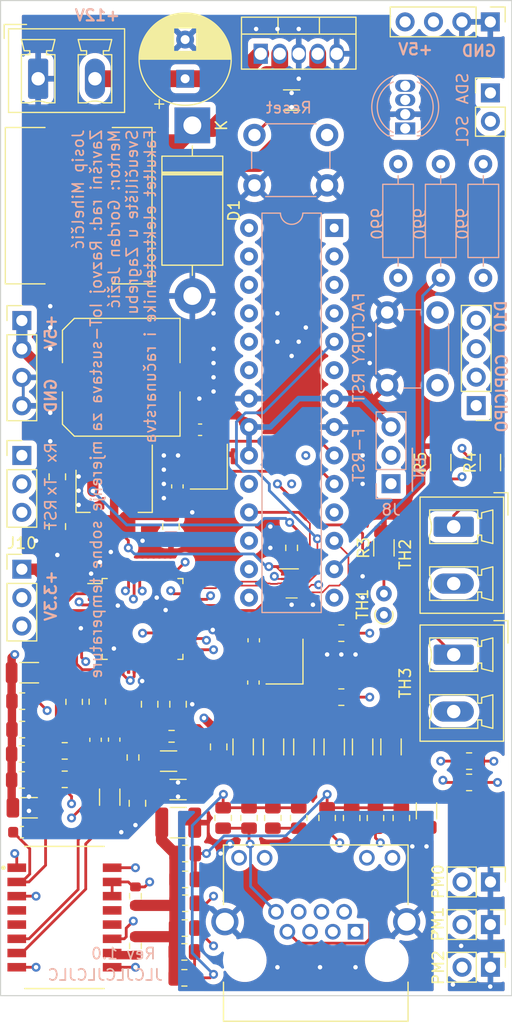
<source format=kicad_pcb>
(kicad_pcb (version 20221018) (generator pcbnew)
  (layers (0 "F.Cu" signal) (1 "In1.Cu" signal) (2 "In2.Cu" signal) (31 "B.Cu" signal) (34 "B.Paste" user) (35 "F.Paste" user) (36 "B.SilkS" user "B.Silkscreen") (37 "F.SilkS" user "F.Silkscreen") (38 "B.Mask" user) (39 "F.Mask" user) (44 "Edge.Cuts" user))
  (net 0 "")
  (net 1 "GND")
  (net 2 "+5V")
  (net 3 "Net-(U1-XTAL1{slash}PB6)")
  (net 4 "Net-(U1-XTAL2{slash}PB7)")
  (net 5 "Net-(J3-Pin_1)")
  (net 6 "Net-(U2-XI{slash}CLKIN)")
  (net 7 "Net-(U2-XO)")
  (net 8 "Net-(U1-PC0)")
  (net 9 "+3V3")
  (net 10 "Net-(U2-1V2O)")
  (net 11 "Net-(U2-TOCAP)")
  (net 12 "+3.3VA")
  (net 13 "GND1")
  (net 15 "Net-(C19-Pad1)")
  (net 16 "Net-(C20-Pad1)")
  (net 19 "Net-(C20-Pad2)")
  (net 21 "Net-(C21-Pad1)")
  (net 22 "Net-(C21-Pad2)")
  (net 23 "Net-(C22-Pad2)")
  (net 24 "/Ethernet-W5500/WIDE")
  (net 25 "+12V")
  (net 26 "Net-(D1-K)")
  (net 27 "Net-(D2-RA)")
  (net 28 "Net-(D2-GA)")
  (net 29 "Net-(D2-BA)")
  (net 30 "/SCL")
  (net 31 "/SDA")
  (net 32 "CIPO")
  (net 33 "COPI")
  (net 34 "SCLK")
  (net 35 "Net-(J7-Pin_4)")
  (net 36 "Net-(J8-Pin_2)")
  (net 37 "Net-(J9-Pin_1)")
  (net 38 "Net-(J11-Pad1)")
  (net 39 "Net-(J11-Pad2)")
  (net 40 "Net-(J11-Pad3)")
  (net 41 "Net-(J11-Pad4)")
  (net 42 "Net-(J11-Pad5)")
  (net 43 "Net-(J11-Pad6)")
  (net 44 "Net-(J11-Pad7)")
  (net 45 "Net-(J11-Pad8)")
  (net 46 "Net-(J11-Pad11)")
  (net 47 "Net-(J11-Pad9)")
  (net 48 "/Ethernet-W5500/PMODE0")
  (net 49 "/Ethernet-W5500/PMODE1")
  (net 50 "/Ethernet-W5500/PMODE2")
  (net 51 "ETH_RSTn")
  (net 52 "Net-(R30-Pad2)")
  (net 53 "Net-(U1-PD7)")
  (net 54 "Net-(U2-EXRES1)")
  (net 55 "/Ethernet-W5500/LINKLED")
  (net 56 "/Ethernet-W5500/ACTLED")
  (net 57 "Net-(U2-TXN)")
  (net 58 "Net-(R11-Pad2)")
  (net 59 "Net-(U2-TXP)")
  (net 60 "Net-(R12-Pad2)")
  (net 61 "Net-(U2-RXN)")
  (net 62 "Net-(U2-RXP)")
  (net 63 "Net-(R18-Pad2)")
  (net 64 "Net-(R19-Pad2)")
  (net 65 "Net-(R21-Pad1)")
  (net 66 "Net-(U1-PD4)")
  (net 67 "/Rx")
  (net 68 "/Tx")
  (net 69 "ETH_INTn")
  (net 70 "ETH-CSn")
  (net 85 "Net-(R22-Pad2)")
  (net 86 "Net-(R34-Pad1)")
  (net 87 "Net-(J8-Pin_1)")
  (net 88 "Net-(U2-~{SCS})")
  (net 89 "Net-(U2-SCLK)")
  (net 90 "Net-(U2-MISO)")
  (net 91 "Net-(U2-~{INT})")
  (footprint "Connector_PinHeader_2.54mm:PinHeader_1x04_P2.54mm_Vertical" (layer "F.Cu") (at 217.805 74.285 180)
    (fp_text reference "J7" hide)
    (fp_text value "CIPO COPI SCK CS" hide)
  )
  (footprint "Capacitor_SMD:C_0603_1608Metric" (layer "F.Cu") (at 197.876396 99.027381 90)
    (fp_text reference "C5" hide)
    (fp_text value "15pF/50V" hide)
  )
  (footprint "Resistor_SMD:R_0805_2012Metric" (layer "F.Cu") (at 183.91825 100.737631 -90)
    (fp_text reference "R17" hide)
    (fp_text value "33R 1%" hide)
  )
  (footprint "Resistor_SMD:R_0805_2012Metric" (layer "F.Cu") (at 191.77 116.615)
    (fp_text reference "R26" hide)
    (fp_text value "100R 1%" hide)
  )
  (footprint "Resistor_SMD:R_1206_3216Metric" (layer "F.Cu") (at 190.287849 106.045 180)
    (fp_text reference "R32" hide)
    (fp_text value "10R 1%" hide)
  )
  (footprint "Connector_Phoenix_MC_HighVoltage:PhoenixContact_MCV_1,5_2-G-5.08_1x02_P5.08mm_Vertical" (layer "F.Cu") (at 215.7925 96.5375 -90)
    (fp_text reference "J9" hide)
    (fp_text value "External Thermistor 2" hide)
  )
  (footprint "Resistor_SMD:R_0805_2012Metric" (layer "F.Cu") (at 191.701651 123.091583 180)
    (fp_text reference "R34" hide)
    (fp_text value "100R 1%" hide)
  )
  (footprint "Resistor_SMD:R_0603_1608Metric" (layer "F.Cu") (at 201.295 86.995 -90)
    (fp_text reference "R42" hide)
    (fp_text value "100k 1%" hide)
  )
  (footprint "Capacitor_SMD:C_0603_1608Metric" (layer "F.Cu") (at 191.076537 81.503346 90)
    (fp_text reference "C4" hide)
    (fp_text value "10pF/50V" hide)
  )
  (footprint "Resistor_SMD:R_0805_2012Metric" (layer "F.Cu") (at 199.615 111.125 -90)
    (fp_text reference "R36" hide)
    (fp_text value "100R 1%" hide)
  )
  (footprint "Package_QFP:LQFP-48_7x7mm_P0.5mm" (layer "F.Cu") (at 187.96 93.345)
    (fp_text reference "U2" hide)
    (fp_text value "W5500" hide)
  )
  (footprint "Resistor_SMD:R_0805_2012Metric" (layer "F.Cu") (at 177.165 105.41 180)
    (fp_text reference "R41" hide)
    (fp_text value "100R 1%" hide)
  )
  (footprint "RJHSE-5384:AMPHENOL_RJHSE-5384" (layer "F.Cu") (at 203.454 123.825)
    (fp_text reference "J11" hide)
    (fp_text value "RJHSE-5384" hide)
  )
  (footprint "Resistor_SMD:R_0603_1608Metric" (layer "F.Cu") (at 187.325 122.555 90)
    (fp_text reference "R21" hide)
    (fp_text value "75R 1%" hide)
  )
  (footprint "Resistor_SMD:R_0603_1608Metric" (layer "F.Cu") (at 190.556817 103.828054)
    (fp_text reference "R19" hide)
    (fp_text value "75R 1%" hide)
  )
  (footprint "Capacitor_SMD:C_0805_2012Metric" (layer "F.Cu") (at 188.595 100.965 -90)
    (fp_text reference "C10" hide)
    (fp_text value "4.7uF/25V" hide)
  )
  (footprint "Capacitor_SMD:C_1206_3216Metric" (layer "F.Cu") (at 196.96 104.775 -90)
    (fp_text reference "C16" hide)
    (fp_text value "100nF/50V" hide)
  )
  (footprint "Capacitor_SMD:C_0603_1608Metric" (layer "F.Cu") (at 193.108013 76.442156)
    (fp_text reference "C3" hide)
    (fp_text value "10pF/50V" hide)
  )
  (footprint "Resistor_THT:R_Axial_DIN0204_L3.6mm_D1.6mm_P1.90mm_Vertical" (layer "F.Cu") (at 209.55 92.98 90)
    (fp_text reference "TH1")
    (fp_text value "ThermistorNTC" hide)
  )
  (footprint "Resistor_SMD:R_0805_2012Metric" (layer "F.Cu") (at 177.165 107.725 180)
    (fp_text reference "R40" hide)
    (fp_text value "100R 1%" hide)
  )
  (footprint "Capacitor_SMD:C_0805_2012Metric" (layer "F.Cu") (at 180.34 80.645 90)
    (fp_text reference "C1" hide)
    (fp_text value "22uF/25V" hide)
  )
  (footprint "Resistor_SMD:R_1206_3216Metric" (layer "F.Cu") (at 209.55 86.995 90)
    (fp_text reference "R3")
    (fp_text value "10K" hide)
  )
  (footprint "Resistor_SMD:R_1206_3216Metric" (layer "F.Cu") (at 177.824421 110.212063)
    (fp_text reference "R15" hide)
    (fp_text value "10R 1%" hide)
  )
  (footprint "Capacitor_SMD:C_0805_2012Metric" (layer "F.Cu") (at 180.34 85.09 90)
    (fp_text reference "C7" hide)
    (fp_text value "10uF/25V" hide)
  )
  (footprint "Connector_Phoenix_MC_HighVoltage:PhoenixContact_MCV_1,5_2-G-5.08_1x02_P5.08mm_Vertical" (layer "F.Cu") (at 178.623735 45.085)
    (fp_text reference "J1" hide)
    (fp_text value "DC IN" hide)
  )
  (footprint "Capacitor_SMD:C_1206_3216Metric" (layer "F.Cu") (at 199.675 104.775 -90)
    (fp_text reference "C15" hide)
    (fp_text value "100nF/50V" hide)
  )
  (footprint "Resistor_SMD:R_0805_2012Metric" (layer "F.Cu") (at 206.664002 111.12891 90)
    (fp_text reference "R24" hide)
    (fp_text value "100R 1%" hide)
  )
  (footprint "Inductor_SMD:L_Sunlord_MWSA1206S-101" (layer "F.Cu") (at 182.245 56.425 -90)
    (fp_text reference "L2" hide)
    (fp_text value "MWSA1206S-101MT" hide)
  )
  (footprint "Resistor_SMD:R_1206_3216Metric" (layer "F.Cu") (at 191.135 108.585 180)
    (fp_text reference "R8" hide)
    (fp_text value "12.4k 1%" hide)
  )
  (footprint "Resistor_SMD:R_0805_2012Metric" (layer "F.Cu") (at 191.77 118.745)
    (fp_text reference "R28" hide)
    (fp_text value "150R 1%" hide)
  )
  (footprint "Resistor_SMD:R_0805_2012Metric" (layer "F.Cu") (at 197.485 111.125 -90)
    (fp_text reference "R39" hide)
    (fp_text value "100R 1%" hide)
  )
  (footprint "Capacitor_SMD:C_0805_2012Metric" (layer "F.Cu") (at 190.5 85.09 90)
    (fp_text reference "C8" hide)
    (fp_text value "10uF/25V" hide)
  )
  (footprint "Resistor_SMD:R_0603_1608Metric" (layer "F.Cu") (at 187.107729 105.720336 -90)
    (fp_text reference "R18" hide)
    (fp_text value "75R 1%" hide)
  )
  (footprint "Resistor_SMD:R_0805_2012Metric" (layer "F.Cu") (at 191.731915 120.959907 180)
    (fp_text reference "R29" hide)
    (fp_text value "150R 1%" hide)
  )
  (footprint "Resistor_SMD:R_1206_3216Metric" (layer "F.Cu") (at 219.075 79.375 90)
    (fp_text reference "R4")
    (fp_text value "10K" hide)
  )
  (footprint "H1102NLT:XFMR_H1102NLT" (layer "F.Cu") (at 180.975 120.015)
    (fp_text reference "T1" hide)
    (fp_text value "H1102NLT" hide)
  )
  (footprint "Connector_PinHeader_2.54mm:PinHeader_1x02_P2.54mm_Vertical" (layer "F.Cu") (at 219.08 116.84 -90)
    (fp_text reference "J12" hide)
    (fp_text value "PMODE0" hide)
  )
  (footprint "Capacitor_SMD:C_0603_1608Metric" (layer "F.Cu") (at 197.905 95.25 90)
    (fp_text reference "C6" hide)
    (fp_text value "15pF/50V" hide)
  )
  (footprint "Capacitor_SMD:C_0603_1608Metric" (layer "F.Cu") (at 177.165 112.395)
    (fp_text reference "C19" hide)
    (fp_text value "22nF/50V" hide)
  )
  (footprint "Capacitor_SMD:C_0805_2012Metric" (layer "F.Cu") (at 187.502502 109.813184 90)
    (fp_text reference "C22" hide)
    (fp_text value "10nF/50V" hide)
  )
  (footprint "Connector_PinHeader_2.54mm:PinHeader_1x02_P2.54mm_Vertical" (layer "F.Cu") (at 219.08 124.46 -90)
    (fp_text reference "J14" hide)
    (fp_text value "PMODE2" hide)
  )
  (footprint "Resistor_SMD:R_0805_2012Metric" (layer "F.Cu") (at 180.999421 105.132063 180)
    (fp_text reference "R11" hide)
    (fp_text value "33R 1%" hide)
  )
  (footprint "Resistor_SMD:R_0805_2012Metric" (layer "F.Cu") (at 217.17 107.95)
    (fp_text reference "R9" hide)
    (fp_text value "330R 1%" hide)
  )
  (footprint "Inductor_SMD:L_1206_3216Metric" (layer "F.Cu") (at 177.824421 98.147063 180)
    (fp_text reference "L1" hide)
    (fp_text value "YI321611U121-3R0T" hide)
  )
  (footprint "Resistor_SMD:R_0805_2012Metric" (layer "F.Cu") (at 208.794002 111.12891 90)
    (fp_text reference "R22" hide)
    (fp_text value "100R 1%" hide)
  )
  (footprint "Connector_PinHeader_2.54mm:PinHeader_1x02_P2.54mm_Vertical" (layer "F.Cu") (at 219.075 46.35)
    (fp_text reference "J4" hide)
    (fp_text value "I2C Out" hide)
  )
  (footprint "Resistor_SMD:R_0805_2012Metric" (layer "F.Cu") (at 180.999421 107.672063 180)
    (fp_text reference "R12" hide)
    (fp_text value "33R 1%" hide)
  )
  (footprint "Resistor_SMD:R_0805_2012Metric" (layer "F.Cu") (at 205.74 100.33 180)
    (fp_text reference "R6" hide)
    (fp_text value "470K 1%" hide)
  )
  (footprint "Capacitor_SMD:C_0603_1608Metric" (layer "F.Cu") (at 183.757417 104.14 -90)
    (fp_text reference "C21" hide)
    (fp_text value "6.8nF/50V" hide)
  )
  (footprint "Resistor_SMD:R_0603_1608Metric" (layer "F.Cu") (at 187.325 118.11 -90)
    (fp_text reference "R20" hide)
    (fp_text value "75R 1%" hide)
  )
  (footprint "Crystal:Crystal_SMD_3225-4Pin_3.2x2.5mm" (layer "F.Cu") (at 193.89 79.74 90)
    (fp_text reference "Y1" hide)
    (fp_text value "16MHz 9pF" hide)
  )
  (footprint "Capacitor_SMD:C_0805_2012Metric" (layer "F.Cu") (at 194.77 104.775 -90)
    (fp_text reference "C17" hide)
    (fp_text value "10uF/25V" hide)
  )
  (footprint "Connector_PinHeader_2.54mm:PinHeader_1x03_P2.54mm_Vertical" (layer "F.Cu") (at 177.165 78.74)
    (fp_text reference "J5" hide)
    (fp_text value "Rx Tx RST" hide)
  )
  (footprint "Resistor_SMD:R_0805_2012Metric" (layer "F.Cu") (at 201.93 111.125 -90)
    (fp_text reference "R37" hide)
    (fp_text value "100R 1%" hide)
  )
  (footprint "Resistor_SMD:R_1206_3216Metric" (layer "F.Cu") (at 185.024202 109.264887 -90)
    (fp_text reference "R31" hide)
    (fp_text value "10R 1%" hide)
  )
  (footprint "Package_TO_SOT_SMD:SOT-223-3_TabPin2" (layer "F.Cu") (at 185.42 81.915 -90)
    (fp_text reference "U3" hide)
    (fp_text value "AMS1117-3.3" hide)
  )
  (footprint "Resistor_SMD:R_0805_2012Metric" (layer "F.Cu") (at 191.77 114.3)
    (fp_text reference "R27" hide)
    (fp_text value "100R 1%" hide)
  )
  (footprint "Resistor_SMD:R_0805_2012Metric" (layer "F.Cu") (at 217.17 106.045)
    (fp_text reference "R10" hide)
    (fp_text value "330R 1%" hide)
  )
  (footprint "Resistor_SMD:R_0805_2012Metric" (layer "F.Cu") (at 191.701651 125.406583 180)
    (fp_text reference "R35" hide)
    (fp_text value "100R 1%" hide)
  )
  (footprint "Capacitor_SMD:C_1206_3216Metric" (layer "F.Cu") (at 202.39 104.775 -90)
    (fp_text reference "C14" hide)
    (fp_text value "100nF/50V" hide)
  )
  (footprint "Resistor_SMD:R_0805_2012Metric" (layer "F.Cu") (at 177.189421 103.227063 180)
    (fp_text reference "R13" hide)
    (fp_text value "100R 1%" hide)
  )
  (footprint "Capacitor_SMD:C_1206_3216Metric" (layer "F.Cu") (at 213.36 110.49 -90)
    (fp_text reference "C18" hide)
    (fp_text value "1nF/2kV" hide)
  )
  (footprint "Connector_PinHeader_2.54mm:PinHeader_1x04_P2.54mm_Vertical" (layer "F.Cu") (at 219.065 40.005 -90)
    (fp_text reference "J2" hide)
    (fp_text value "VIN & GND to Display" hide)
  )
  (footprint "Crystal:Crystal_SMD_3225-4Pin_3.2x2.5mm" (layer "F.Cu") (at 200.66 97.155 90)
    (fp_text reference "Y2" hide)
    (fp_text value "25MHz 12pF" hide)
  )
  (footprint "Resistor_SMD:R_0805_2012Metric" (layer "F.Cu") (at 181.842034 100.752252 -90)
    (fp_text reference "R16" hide)
    (fp_text value "33R 1%" hide)
  )
  (footprint "Diode_THT:D_DO-201AD_P15.24mm_Horizontal" (layer "F.Cu") (at 192.413958 49.250625 -90)
    (fp_text reference "D1")
    (fp_text value "1N5822")
  )
  (footprint "Capacitor_SMD:C_Elec_10x10.2" (layer "F.Cu") (at 186.055 71.755)
    (fp_text reference "C25" hide)
    (fp_text value "1000uF 16V" hide)
  )
  (footprint "Connector_PinHeader_2.54mm:PinHeader_1x03_P2.54mm_Vertical" (layer "F.Cu") (at 177.165 88.9)
    (fp_text reference "J10")
    (fp_text value "+3.3V")
  )
  (footprint "Resistor_SMD:R_0805_2012Metric" (layer "F.Cu") (at 205.74 94.615)
    (fp_text reference "R30" hide)
    (fp_text value "470K 1%" hide)
  )
  (footprint "Capacitor_SMD:C_1206_3216Metric" (layer "F.Cu") (at 205.105 104.775 -90)
    (fp_text reference "C13" hide)
    (fp_text value "100nF/50V" hide)
  )
  (footprint "Connector_Phoenix_MC_HighVoltage:PhoenixContact_MCV_1,5_2-G-5.08_1x02_P5.08mm_Vertical" (layer "F.Cu") (at 215.7925 85.1075 -90)
    (fp_text reference "J3" hide)
    (fp_text value "External Thermistor 1" hide)
  )
  (footprint "Resistor_SMD:R_1206_3216Metric" (layer "F.Cu") (at 214.63 79.375 90)
    (fp_text reference "R5")
    (fp_text value "10K" hide)
  )
  (footprint "Capacitor_THT:CP_Radial_D8.0mm_P3.50mm" (layer "F.Cu") (at 191.77 45.085 90)
    (fp_text reference "C24" hide)
    (fp_text value "100uF 50V" hide)
  )
  (footprint "Resistor_SMD:R_0805_2012Metric" (layer "F.Cu") (at 177.189421 100.687063 180)
    (fp_text reference "R14" hide)
    (fp_text value "100R 1%" hide)
  )
  (footprint "Capacitor_SMD:C_1206_3216Metric" (layer "F.Cu") (at 210.185 104.775 -90)
    (fp_text reference "C11" hide)
    (fp_text value "100nF/50V" hide)
  )
  (footprint "Capacitor_SMD:C_1206_3216Metric" (layer "F.Cu") (at 207.645 104.775 -90)
    (fp_text reference "C12" hide)
    (fp_text value "100nF/50V" hide)
  )
  (footprint "Connector_PinHeader_2.54mm:PinHeader_1x04_P2.54mm_Vertical" (layer "F.Cu") (at 177.165 66.685)
    (fp_text reference "J6" hide)
    (fp_text value "+5V & GND to Programmer" hide)
  )
  (footprint "Package_TO_SOT_THT:TO-220-5_Vertical" (layer "F.Cu") (at 198.53 42.855)
    (fp_text reference "U4" hide)
    (fp_text value "LM2576HVT-5.0" hide)
  )
  (footprint "Capacitor_SMD:C_1210_3225Metric" (layer "F.Cu") (at 191.153068 111.543181 180)
    (fp_text reference "C23" hide)
    (fp_text value "4.7nF/2kV" hide)
  )
  (footprint "Resistor_SMD:R_0805_2012Metric" (layer "F.Cu") (at 211.109002 111.12891 90)
    (fp_text reference "R23" hide)
    (fp_text value "100R 1%" hide)
  )
  (footprint "Package_DFN_QFN:Texas_R-PUQFN-N12" (layer "F.Cu") (at 201.295 90.17)
    (fp_text reference "U5" hide)
    (fp_text value "TXB0104RUT" hide)
  )
  (footprint "Resistor_SMD:R_1206_3216Metric" (layer "F.Cu") (at 201.295 46.99)
    (fp_text reference "R2" hide)
    (fp_text value "10K" hide)
  )
  (footprint "Capacitor_SMD:C_0603_1608Metric" (layer "F.Cu") (at 185.424238 104.125379 -90)
    (fp_text reference "C20" hide)
    (fp_text value "6.8nF/50V" hide)
  )
  (footprint "Connector_PinHeader_2.54mm:PinHeader_1x02_P2.54mm_Vertical" (layer "F.Cu") (at 219.075 120.65 -90)
    (fp_text reference "J13" hide)
    (fp_text value "PMODE1" hide)
  )
  (footprint "Resistor_SMD:R_0805_2012Metric" (layer "F.Cu") (at 204.47 111.125 90)
    (fp_text reference "R25" hide)
    (fp_text value "100R 1%" hide)
  )
  (footprint "Resistor_SMD:R_0805_2012Metric" (layer "F.Cu") (at 195.17 111.125 -90)
    (fp_text reference "R38" hide)
    (fp_text value "100R 1%" hide)
  )
  (footprint "Capacitor_SMD:C_0805_2012Metric" (layer "F.Cu") (at 191.135 100.965 -90)
    (fp_text reference "C9" hide)
    (fp_text value "10nF/50V" hide)
  )
  (footprint "Connector_PinHeader_2.54mm:PinHeader_1x03_P2.54mm_Vertical" (layer "B.Cu") (at 210.185 81.265)
    (fp_text reference "J8")
    (fp_text value "Enable F-RST" hide)
  )
  (footprint "Button_Switch_THT:SW_PUSH_6mm_H5mm" (layer "B.Cu") (at 214.34 72.465 90)
    (fp_text reference "SW2" hide)
    (fp_text value "FACTORY RST" hide)
  )
  (footprint "Package_DIP:DIP-28_W7.62mm" (layer "B.Cu") (at 205.105 58.42 180)
    (fp_text reference "U1" hide)
    (fp_text value "ATmega328-P" hide)
  )
  (footprint "Resistor_THT:R_Axial_DIN0207_L6.3mm_D2.5mm_P10.16mm_Horizontal" (layer "B.Cu") (at 214.63 52.705 -90)
    (fp_text reference "R7" hide)
    (fp_text value "990R" hide)
  )
  (footprint "LED_THT:LED_D5.0mm-4_RGB" (layer "B.Cu") (at 211.455 49.525 90)
    (fp_text reference "D2" hide)
    (fp_text value "LED_RKGB" hide)
  )
  (footprint "Resistor_THT:R_Axial_DIN0207_L6.3mm_D2.5mm_P10.16mm_Horizontal" (layer "B.Cu") (at 210.82 52.705 -90)
    (fp_text reference "R33" hide)
    (fp_text value "990R" hide)
  )
  (footprint "Resistor_THT:R_Axial_DIN0207_L6.3mm_D2.5mm_P10.16mm_Horizontal" (layer "B.Cu") (at 218.44 52.705 -90)
    (fp_text reference "R1" hide)
    (fp_text value "990R" hide)
  )
  (footprint "Button_Switch_THT:SW_PUSH_6mm_H5mm" (layer "B.Cu") (at 204.47 50.11 180)
    (fp_text reference "SW1" hide)
    (fp_text value "RESET" hide)
  )
  (gr_line (start 212.09 81.915) (end 212.09 78.74) (stroke (width 0.15)) (layer "B.SilkS"))
  (gr_line (start 212.09 78.74) (end 212.09 78.105) (stroke (width 0.15)) (layer "B.SilkS"))
  (gr_line (start 175.26 38.1) (end 175.26 127) (stroke (width 0.1)) (layer "Edge.Cuts"))
  (gr_line (start 220.98 127) (end 220.98 38.1) (stroke (width 0.1)) (layer "Edge.Cuts"))
  (gr_line (start 220.98 38.1) (end 175.26 38.1) (stroke (width 0.1)) (layer "Edge.Cuts"))
  (gr_line (start 175.26 127) (end 220.98 127) (stroke (width 0.1)) (layer "Edge.Cuts"))
  (gr_text "D10" (at 220.591486 64.77 90) (layer "B.SilkS") (effects (font (size 1 1) (thickness 0.1875)) (justify left bottom mirror)))
  (gr_text "Tx" (at 180.34 80.645 90) (layer "B.SilkS") (effects (font (size 1 1)) (justify left bottom mirror)))
  (gr_text "990" (at 209.55 56.515 90) (layer "B.SilkS") (effects (font (size 1 1)) (justify left bottom mirror)))
  (gr_text "RST" (at 180.34 82.55 90) (layer "B.SilkS") (effects (font (size 1 1)) (justify left bottom mirror)))
  (gr_text "F-RST" (at 207.889759 76.2 90) (layer "B.SilkS") (effects (font (size 1 1)) (justify left bottom mirror)))
  (gr_text "+3.3V" (at 180.34 88.9 90) (layer "B.SilkS") (effects (font (size 1 1) (thickness 0.2) bold) (justify left bottom mirror)))
  (gr_text "EN" (at 213.36 78.74 90) (layer "B.SilkS") (effects (font (size 1 1)) (justify left bottom mirror)))
  (gr_text "Josip Mihelčić\nZavršni rad: Razvoj IoT-sustava za mjerenje sobne temperature\nMentor: Gordan Ježić\nSveučilište u Zagrebu\nFakultet elektrotehnike i računarstva" (at 189.23 49.53 90) (layer "B.SilkS") (effects (font (size 1 1)) (justify left bottom mirror)))
  (gr_text "+5V" (at 180.34 66.04 90) (layer "B.SilkS") (effects (font (size 1 1) (thickness 0.2) bold) (justify left bottom mirror)))
  (gr_text "SDA" (at 217.17 44.45 90) (layer "B.SilkS") (effects (font (size 1 1)) (justify left bottom mirror)))
  (gr_text "GND" (at 180.34 71.755 90) (layer "B.SilkS") (effects (font (size 1 1) (thickness 0.2) bold) (justify left bottom mirror)))
  (gr_text "Rev 1.0" (at 189.23 123.825) (layer "B.SilkS") (effects (font (size 1 1)) (justify left bottom mirror)))
  (gr_text "990" (at 213.36 56.515 90) (layer "B.SilkS") (effects (font (size 1 1)) (justify left bottom mirror)))
  (gr_text "+5V" (at 214.033968 43.038476) (layer "B.SilkS") (effects (font (size 1 1) (thickness 0.2) bold) (justify left bottom mirror)))
  (gr_text "Rx" (at 180.34 77.47 90) (layer "B.SilkS") (effects (font (size 1 1)) (justify left bottom mirror)))
  (gr_text "CIPO" (at 220.667868 73.025 90) (layer "B.SilkS") (effects (font (size 1 1) (thickness 0.1875)) (justify left bottom mirror)))
  (gr_text "GND" (at 219.71 43.18) (layer "B.SilkS") (effects (font (size 1 1) (thickness 0.2) bold) (justify left bottom mirror)))
  (gr_text "FACTORY RST" (at 207.889759 64.091821 90) (layer "B.SilkS") (effects (font (size 1 1)) (justify left bottom mirror)))
  (gr_text "JLCJLCJLCJLC" (at 189.865 125.73) (layer "B.SilkS") (effects (font (size 1 1)) (justify left bottom mirror)))
  (gr_text "990" (at 217.17 56.515 90) (layer "B.SilkS") (effects (font (size 1 1)) (justify left bottom mirror)))
  (gr_text "+12V" (at 186.055 40.005) (layer "B.SilkS") (effects (font (size 1 1) (thickness 0.2) bold) (justify left bottom mirror)))
  (gr_text "SCL" (at 217.17 48.26 90) (layer "B.SilkS") (effects (font (size 1 1)) (justify left bottom mirror)))
  (gr_text "COPI" (at 220.690872 69.552009 90) (layer "B.SilkS") (effects (font (size 1 1) (thickness 0.1875)) (justify left bottom mirror)))
  (gr_text "Reset" (at 203.2 48.26) (layer "B.SilkS") (effects (font (size 1 1)) (justify left bottom mirror)))
  (segment (start 193.04 80.645) (end 193.04 80.84) (width 0.25) (layer "F.Cu") (net 1))
  (segment (start 182.440497 94.175497) (end 182.86 94.595) (width 0.25) (layer "F.Cu") (net 1))
  (segment (start 185.21 89.1825) (end 185.21 90.987764) (width 0.25) (layer "F.Cu") (net 1))
  (segment (start 194.009736 94.095) (end 194.238772 94.324036) (width 0.25) (layer "F.Cu") (net 1))
  (segment (start 185.0675 89.1825) (end 185.21 89.1825) (width 0.25) (layer "F.Cu") (net 1))
  (segment (start 185.71 96.301495) (end 185.397844 95.989339) (width 0.25) (layer "F.Cu") (net 1))
  (segment (start 201.51 96.305) (end 199.81 98.005) (width 0.5) (layer "F.Cu") (net 1))
  (segment (start 194.74 78.945) (end 193.04 80.645) (width 0.25) (layer "F.Cu") (net 1))
  (segment (start 186.71 97.5075) (end 186.71 96.702236) (width 0.25) (layer "F.Cu") (net 1))
  (segment (start 191.455 101.915) (end 192.405 100.965) (width 0.5) (layer "F.Cu") (net 1))
  (segment (start 201.51 96.055) (end 201.51 96.305) (width 0.5) (layer "F.Cu") (net 1))
  (segment (start 188.21 97.5075) (end 188.21 98.609035) (width 0.25) (layer "F.Cu") (net 1))
  (segment (start 188.21 98.609035) (end 187.926314 98.892721) (width 0.25) (layer "F.Cu") (net 1))
  (segment (start 184.602764 91.595) (end 183.7975 91.595) (width 0.25) (layer "F.Cu") (net 1))
  (segment (start 189.6725 109.22) (end 189.6725 108.593186) (width 0.5) (layer "F.Cu") (net 1))
  (segment (start 201.295 90.97) (end 201.295 92.075) (width 0.15) (layer "F.Cu") (net 1))
  (segment (start 184.15 88.265) (end 185.0675 89.1825) (width 0.25) (layer "F.Cu") (net 1))
  (segment (start 188.595 101.915) (end 191.135 101.915) (width 0.5) (layer "F.Cu") (net 1))
  (segment (start 182.86 94.595) (end 183.7975 94.595) (width 0.25) (layer "F.Cu") (net 1))
  (segment (start 185.997103 95.989339) (end 185.397844 95.989339) (width 0.25) (layer "F.Cu") (net 1))
  (segment (start 192.1225 94.095) (end 194.009736 94.095) (width 0.25) (layer "F.Cu") (net 1))
  (segment (start 185.71 97.5075) (end 185.71 96.301495) (width 0.25) (layer "F.Cu") (net 1))
  (segment (start 199.81 98.005) (end 199.81 98.255) (width 0.5) (layer "F.Cu") (net 1))
  (segment (start 185.21 90.987764) (end 184.602764 91.595) (width 0.25) (layer "F.Cu") (net 1))
  (segment (start 189.6725 108.593186) (end 187.502502 110.763184) (width 0.5) (layer "F.Cu") (net 1))
  (segment (start 191.135 101.915) (end 191.455 101.915) (width 0.5) (layer "F.Cu") (net 1))
  (segment (start 186.71 96.702236) (end 185.997103 95.989339) (width 0.25) (layer "F.Cu") (net 1))
  (segment (start 194.74 78.64) (end 194.74 78.945) (width 0.25) (layer "F.Cu") (net 1))
  (via (at 177.8 109.22) (size 0.8) (drill 0.4) (layers "F.Cu" "B.Cu") (net 1))
  (via (at 191.135 109.22) (size 0.8) (drill 0.4) (layers "F.Cu" "B.Cu") (net 1))
  (via (at 201.295 69.85) (size 0.8) (drill 0.4) (layers "F.Cu" "B.Cu") (net 1))
  (via (at 219.060382 126.186334) (size 0.8) (drill 0.4) (layers "F.Cu" "B.Cu") (net 1))
  (via (at 180.34 87.63) (size 0.8) (drill 0.4) (layers "F.Cu" "B.Cu") (net 1))
  (via (at 216.457801 122.550568) (size 0.8) (drill 0.4) (layers "F.Cu" "B.Cu") (net 1))
  (via (at 203.2 92.075) (size 0.8) (drill 0.4) (layers "F.Cu" "B.Cu") (net 1))
  (via (at 201.295 47.625) (size 0.8) (drill 0.4) (layers "F.Cu" "B.Cu") (net 1))
  (via (at 179.705 74.93) (size 0.8) (drill 0.4) (layers "F.Cu" "B.Cu") (net 1))
  (via (at 201.93 45.085) (size 0.8) (drill 0.4) (layers "F.Cu" "B.Cu") (net 1))
  (via (at 190.023873 92.551127) (size 0.8) (drill 0.4) (layers "F.Cu" "B.Cu") (net 1))
  (via (at 187.325 111.76) (size 0.8) (drill 0.4) (layers "F.Cu" "B.Cu") (net 1))
  (via (at 200.025 40.64) (size 0.8) (drill 0.4) (layers "F.Cu" "B.Cu") (net 1))
  (via (at 183.359834 89.297322) (size 0.8) (drill 0.4) (layers "F.Cu" "B.Cu") (net 1))
  (via (at 192.405 100.965) (size 0.8) (drill 0.4) (layers "F.Cu" "B.Cu") (net 1))
  (via (at 182.440497 94.175497) (size 0.8) (drill 0.4) (layers "F.Cu" "B.Cu") (net 1))
  (via (at 185.121396 87.361778) (size 0.8) (drill 0.4) (layers "F.Cu" "B.Cu") (net 1))
  (via (at 201.93 40.64) (size 0.8) (drill 0.4) (layers "F.Cu" "B.Cu") (net 1))
  (via (at 199.39 86.995) (size 0.8) (drill 0.4) (layers "F.Cu" "B.Cu") (net 1))
  (via (at 191.135 78.74) (size 0.8) (drill 0.4) (layers "F.Cu" "B.Cu") (net 1))
  (via (at 179.705 69.215) (size 0.8) (drill 0.4) (layers "F.Cu" "B.Cu") (net 1))
  (via (at 207.645 89.535) (size 0.8) (drill 0.4) (layers "F.Cu" "B.Cu") (net 1))
  (via (at 194.31 73.025) (size 0.8) (drill 0.4) (layers "F.Cu" "B.Cu") (net 1))
  (via (at 208.28 67.945) (size 0.8) (drill 0.4) (layers "F.Cu" "B.Cu") (net 1))
  (via (at 189.865 80.01) (size 0.8) (drill 0.4) (layers "F.Cu" "B.Cu") (net 1))
  (via (at 215.719431 126.002362) (size 0.8) (drill 0.4) (layers "F.Cu" "B.Cu") (net 1))
  (via (at 177.8 110.49) (size 0.8) (drill 0.4) (layers "F.Cu" "B.Cu") (net 1))
  (via (at 179.705 77.47) (size 0.8) (drill 0.4) (layers "F.Cu" "B.Cu") (net 1))
  (via (at 198.12 40.64) (size 0.8) (drill 0.4) (layers "F.Cu" "B.Cu") (net 1))
  (via (at 200.025 66.04) (size 0.8) (drill 0.4) (layers "F.Cu" "B.Cu") (net 1))
  (via (at 207.645 78.74) (size 0.8) (drill 0.4) (layers "F.Cu" "B.Cu") (net 1))
  (via (at 201.93 68.58) (size 0.8) (drill 0.4) (layers "F.Cu" "B.Cu") (net 1))
  (via (at 201.295 46.355) (size 0.8) (drill 0.4) (layers "F.Cu" "B.Cu") (net 1))
  (via (at 202.565 67.31) (size 0.8) (drill 0.4) (layers "F.Cu" "B.Cu") (net 1))
  (via (at 179.705 65.405) (size 0.8) (drill 0.4) (layers "F.Cu" "B.Cu") (net 1))
  (via (at 182.245 80.62) (size 0.8) (drill 0.4) (layers "F.Cu" "B.Cu") (net 1))
  (via (at 189.865 81.28) (size 0.8) (drill 0.4) (layers "F.Cu" "B.Cu") (net 1))
  (via (at 191.135 107.95) (size 0.8) (drill 0.4) (layers "F.Cu" "B.Cu") (net 1))
  (via (at 207.01 96.52) (size 0.8) (drill 0.4) (layers "F.Cu" "B.Cu") (net 1))
  (via (at 189.23 91.44) (size 0.8) (drill 0.4) (layers "F.Cu" "B.Cu") (net 1))
  (via (at 185.751313 92.151996) (size 0.8) (drill 0.4) (layers "F.Cu" "B.Cu") (net 1))
  (via (at 182.245 81.89) (size 0.8) (drill 0.4) (layers "F.Cu" "B.Cu") (net 1))
  (via (at 208.28 70.485) (size 0.8) (drill 0.4) (layers "F.Cu" "B.Cu") (net 1))
  (via (at 207.645 81.28) (size 0.8) (drill 0.4) (layers "F.Cu" "B.Cu") (net 1))
  (via (at 192.405 83.82) (size 0.8) (drill 0.4) (layers "F.Cu" "B.Cu") (net 1))
  (via (at 178.435 86.36) (size 0.8) (drill 0.4) (layers "F.Cu" "B.Cu") (net 1))
  (via (at 205.74 96.52) (size 0.8) (drill 0.4) (layers "F.Cu" "B.Cu") (net 1))
  (via (at 201.295 92.075) (size 0.8) (drill 0.4) (layers "F.Cu" "B.Cu") (net 1))
  (via (at 189.865 82.55) (size 0.8) (drill 0.4) (layers "F.Cu" "B.Cu") (net 1))
  (via (at 200.025 68.58) (size 0.8) (drill 0.4) (layers "F.Cu" "B.Cu") (net 1))
  (via (at 187.96 86.36) (size 0.8) (drill 0.4) (layers "F.Cu" "B.Cu") (net 1))
  (via (at 194.31 70.485) (size 0.8) (drill 0.4) (layers "F.Cu" "B.Cu") (net 1))
  (via (at 204.47 96.52) (size 0.8) (drill 0.4) (layers "F.Cu" "B.Cu") (net 1))
  (via (at 186.055 112.395) (size 0.8) (drill 0.4) (layers "F.Cu" "B.Cu") (net 1))
  (via (at 185.397844 95.989339) (size 0.8) (drill 0.4) (layers "F.Cu" "B.Cu") (net 1))
  (via (at 189.865 78.74) (size 0.8) (drill 0.4) (layers "F.Cu" "B.Cu") (net 1))
  (via (at 193.04 73.66) (size 0.8) (drill 0.4) (layers "F.Cu" "B.Cu") (net 1))
  (via (at 184.15 88.265) (size 0.8) (drill 0.4) (layers "F.Cu" "B.Cu") (net 1))
  (via (at 194.31 71.755) (size 0.8) (drill 0.4) (layers "F.Cu" "B.Cu") (net 1))
  (via (at 187.926314 98.892721) (size 0.8) (drill 0.4) (layers "F.Cu" "B.Cu") (net 1))
  (via (at 207.645 91.44) (size 0.8) (drill 0.4) (layers "F.Cu" "B.Cu") (net 1))
  (via (at 194.31 69.215) (size 0.8) (drill 0.4) (layers "F.Cu" "B.Cu") (net 1))
  (via (at 194.238772 94.324036) (size 0.8) (drill 0.4) (layers "F.Cu" "B.Cu") (net 1))
  (via (at 179.705 67.31) (size 0.8) (drill 0.4) (layers "F.Cu" "B.Cu") (net 1))
  (via (at 182.245 83.16) (size 0.8) (drill 0.4) (layers "F.Cu" "B.Cu") (net 1))
  (via (at 199.39 85.09) (size 0.8) (drill 0.4) (layers "F.Cu" "B.Cu") (net 1))
  (via (at 194.31 66.04) (size 0.8) (drill 0.4) (layers "F.Cu" "B.Cu") (net 1))
  (segment (start 202.526002 86.130714) (end 202.526002 88.788998) (width 0.25) (layer "F.Cu") (net 2))
  (segment (start 177.165 69.225) (end 179.695 71.755) (width 1) (layer "F.Cu") (net 2))
  (segment (start 203.63 46.1175) (end 202.7575 46.99) (width 1.5) (layer "F.Cu") (net 2))
  (segment (start 181.655 71.755) (end 181.655 77.3) (width 1.5) (layer "F.Cu") (net 2))
  (segment (start 191.635 52.66) (end 182.245 62.05) (width 1.5) (layer "F.Cu") (net 2))
  (segment (start 183.12 77.015) (end 184.985 75.15) (width 0.75) (layer "F.Cu") (net 2))
  (segment (start 201.97 89.345) (end 201.945 89.345) (width 0.25) (layer "F.Cu") (net 2))
  (segment (start 181.655 77.3) (end 183.12 78.765) (width 1.5) (layer "F.Cu") (net 2))
  (segment (start 202.7575 48.230217) (end 198.327717 52.66) (width 1.5) (layer "F.Cu") (net 2))
  (segment (start 203.63 42.855) (end 203.63 46.1175) (width 1.5) (layer "F.Cu") (net 2))
  (segment (start 202.7575 46.99) (end 202.7575 48.230217) (width 1.5) (layer "F.Cu") (net 2))
  (segment (start 183.515 79.16) (end 183.515 80.645) (width 1) (layer "F.Cu") (net 2))
  (segment (start 196.435 75.15) (end 197.485 76.2) (width 0.75) (layer "F.Cu") (net 2))
  (segment (start 182.245 71.165) (end 181.655 71.755) (width 1.5) (layer "F.Cu") (net 2))
  (segment (start 197.08 75.795) (end 197.485 76.2) (width 1) (layer "F.Cu") (net 2))
  (segment (start 179.695 71.755) (end 181.655 71.755) (width 1) (layer "F.Cu") (net 2))
  (segment (start 184.985 75.15) (end 196.435 75.15) (width 0.75) (layer "F.Cu") (net 2))
  (segment (start 202.526002 88.788998) (end 201.97 89.345) (width 0.25) (layer "F.Cu") (net 2))
  (segment (start 183.12 78.765) (end 183.12 77.015) (width 0.75) (layer "F.Cu") (net 2))
  (segment (start 183.515 80.645) (end 183.515 81.915) (width 1) (layer "F.Cu") (net 2))
  (segment (start 201.117394 84.722106) (end 202.526002 86.130714) (width 0.25) (layer "F.Cu") (net 2))
  (segment (start 198.327717 52.66) (end 191.635 52.66) (width 1.5) (layer "F.Cu") (net 2))
  (segment (start 182.245 62.05) (end 182.245 71.165) (width 1.5) (layer "F.Cu") (net 2))
  (segment (start 183.12 78.74) (end 183.515 79.135) (width 1) (layer "F.Cu") (net 2))
  (via (at 183.515 81.915) (size 0.8) (drill 0.4) (layers "F.Cu" "B.Cu") (net 2))
  (via (at 201.117394 84.722106) (size 0.8) (drill 0.4) (layers "F.Cu" "B.Cu") (net 2))
  (segment (start 197.485 76.2) (end 199.39 76.2) (width 0.5) (layer "B.Cu") (net 2))
  (segment (start 200.760288 84.365) (end 198.845 84.365) (width 0.25) (layer "B.Cu") (net 2))
  (segment (start 201.117394 84.722106) (end 200.760288 84.365) (width 0.25) (layer "B.Cu") (net 2))
  (segment (start 199.39 76.2) (end 201.93 73.66) (width 0.5) (layer "B.Cu") (net 2))
  (segment (start 201.93 73.66) (end 205.105 73.66) (width 0.5) (layer "B.Cu") (net 2))
  (segment (start 177.165 69.225) (end 177.165 66.685) (width 1) (layer "B.Cu") (net 2))
  (segment (start 197.485 78.74) (end 197.485 76.2) (width 0.5) (layer "B.Cu") (net 2))
  (segment (start 198.265 84.945) (end 186.545 84.945) (width 0.25) (layer "B.Cu") (net 2))
  (segment (start 205.105 73.66) (end 207.66 73.66) (width 0.5) (layer "B.Cu") (net 2))
  (segment (start 186.545 84.945) (end 183.515 81.915) (width 0.25) (layer "B.Cu") (net 2))
  (segment (start 207.66 73.66) (end 210.185 76.185) (width 0.5) (layer "B.Cu") (net 2))
  (segment (start 198.845 84.365) (end 198.265 84.945) (width 0.25) (layer "B.Cu") (net 2))
  (segment (start 203.835 77.47) (end 205.105 78.74) (width 0.25) (layer "F.Cu") (net 3))
  (segment (start 193.04 78.64) (end 193.04 77.285169) (width 0.25) (layer "F.Cu") (net 3))
  (segment (start 193.04 78.64) (end 193.04 78.74) (width 0.25) (layer "F.Cu") (net 3))
  (segment (start 193.04 77.285169) (end 193.883013 76.442156) (width 0.25) (layer "F.Cu") (net 3))
  (segment (start 193.04 78.54) (end 194.11 77.47) (width 0.25) (layer "F.Cu") (net 3))
  (segment (start 194.11 77.47) (end 203.835 77.47) (width 0.25) (layer "F.Cu") (net 3))
  (segment (start 193.04 78.64) (end 193.04 78.54) (width 0.25) (layer "F.Cu") (net 3))
  (segment (start 194.251654 82.278346) (end 194.74 81.79) (width 0.25) (layer "F.Cu") (net 4))
  (segment (start 194.74 81.79) (end 194.74 80.84) (width 0.25) (layer "F.Cu") (net 4))
  (segment (start 203.98 80.155) (end 205.105 81.28) (width 0.25) (layer "F.Cu") (net 4))
  (segment (start 194.74 80.84) (end 195.425 80.155) (width 0.25) (layer "F.Cu") (net 4))
  (segment (start 195.425 80.155) (end 203.98 80.155) (width 0.25) (layer "F.Cu") (net 4))
  (segment (start 191.076537 82.278346) (end 194.251654 82.278346) (width 0.25) (layer "F.Cu") (net 4))
  (segment (start 219.075 80.8375) (end 216.535 78.2975) (width 0.25) (layer "F.Cu") (net 5))
  (segment (start 215.7925 84.12) (end 215.7925 85.1075) (width 0.25) (layer "F.Cu") (net 5))
  (segment (start 216.535 78.2975) (end 216.535 78.105) (width 0.25) (layer "F.Cu") (net 5))
  (segment (start 219.075 80.8375) (end 215.7925 84.12) (width 0.25) (layer "F.Cu") (net 5))
  (via (at 202.565 78.74) (size 0.8) (drill 0.4) (layers "F.Cu" "B.Cu") (net 5))
  (via (at 216.535 78.105) (size 0.8) (drill 0.4) (layers "F.Cu" "B.Cu") (net 5))
  (segment (start 196.85 95.885) (end 194.56 93.595) (width 0.25) (layer "F.Cu") (net 6))
  (segment (start 200.062619 99.802381) (end 197.876396 99.802381) (width 0.25) (layer "F.Cu") (net 6))
  (segment (start 197.876396 99.802381) (end 196.85 98.775985) (width 0.25) (layer "F.Cu") (net 6))
  (segment (start 203.585 100.33) (end 201.51 98.255) (width 0.25) (layer "F.Cu") (net 6))
  (segment (start 201.51 98.255) (end 201.51 98.355) (width 0.25) (layer "F.Cu") (net 6))
  (segment (start 194.56 93.595) (end 192.1225 93.595) (width 0.25) (layer "F.Cu") (net 6))
  (segment (start 196.85 98.775985) (end 196.85 95.885) (width 0.25) (layer "F.Cu") (net 6))
  (segment (start 201.51 98.355) (end 200.062619 99.802381) (width 0.25) (layer "F.Cu") (net 6))
  (segment (start 204.8275 100.33) (end 203.585 100.33) (width 0.25) (layer "F.Cu") (net 6))
  (segment (start 197.905 96.025) (end 197.66 96.27) (width 0.25) (layer "F.Cu") (net 7))
  (segment (start 199.81 95.105) (end 199.81 96.055) (width 0.25) (layer "F.Cu") (net 7))
  (segment (start 194.975 93.095) (end 192.1225 93.095) (width 0.25) (layer "F.Cu") (net 7))
  (segment (start 200.1625 94.7525) (end 199.81 95.105) (width 0.25) (layer "F.Cu") (net 7))
  (segment (start 197.935 96.055) (end 197.905 96.025) (width 0.25) (layer "F.Cu") (net 7))
  (segment (start 197.905 96.025) (end 194.975 93.095) (width 0.25) (layer "F.Cu") (net 7))
  (segment (start 204.8275 94.615) (end 200.3 94.615) (width 0.25) (layer "F.Cu") (net 7))
  (segment (start 199.81 96.055) (end 197.935 96.055) (width 0.25) (layer "F.Cu") (net 7))
  (segment (start 200.3 94.615) (end 200.1625 94.7525) (width 0.25) (layer "F.Cu") (net 7))
  (segment (start 200.025 81.28) (end 203.69 84.945) (width 0.25) (layer "F.Cu") (net 8))
  (segment (start 208.4725 88.4575) (end 209.55 88.4575) (width 0.25) (layer "F.Cu") (net 8))
  (segment (start 207.645 87.63) (end 208.4725 88.4575) (width 0.25) (layer "F.Cu") (net 8))
  (segment (start 203.69 84.945) (end 206.865 84.945) (width 0.25) (layer "F.Cu") (net 8))
  (segment (start 209.55 88.4575) (end 209.55 91.08) (width 0.25) (layer "F.Cu") (net 8))
  (segment (start 207.645 85.725) (end 207.645 87.63) (width 0.25) (layer "F.Cu") (net 8))
  (segment (start 206.865 84.945) (end 207.645 85.725) (width 0.25) (layer "F.Cu") (net 8))
  (via (at 200.025 81.28) (size 0.8) (drill 0.4) (layers "F.Cu" "B.Cu") (net 8))
  (segment (start 185.159365 85.065) (end 185.42 85.065) (width 1) (layer "F.Cu") (net 9))
  (segment (start 200.449382 88.665618) (end 201.295 87.82) (width 0.25) (layer "F.Cu") (net 9))
  (segment (start 186.69 86.995) (end 186.69 86.335) (width 0.25) (layer "F.Cu") (net 9))
  (segment (start 186.345 84.14) (end 185.42 85.065) (width 0.75) (layer "F.Cu") (net 9))
  (segment (start 201.295 87.82) (end 201.295 89.37) (width 0.15) (layer "F.Cu") (net 9))
  (segment (start 190.5 84.14) (end 186.345 84.14) (width 0.75) (layer "F.Cu") (net 9))
  (segment (start 186.69 86.335) (end 185.42 85.065) (width 0.25) (layer "F.Cu") (net 9))
  (segment (start 192.1225 94.595) (end 187.98 94.595) (width 0.25) (layer "F.Cu") (net 9))
  (segment (start 199.965618 88.665618) (end 200.645 89.345) (width 0.25) (layer "F.Cu") (net 9))
  (segment (start 181.324365 88.9) (end 185.159365 85.065) (width 1) (layer "F.Cu") (net 9))
  (segment (start 199.257635 88.665618) (end 199.965618 88.665618) (width 0.25) (layer "F.Cu") (net 9))
  (segment (start 180.34 84.14) (end 180.34 81.595) (width 0.75) (layer "F.Cu") (net 9))
  (segment (start 181.265 85.065) (end 180.34 84.14) (width 0.75) (layer "F.Cu") (net 9))
  (segment (start 185.42 85.04) (end 185.42 85.7) (width 0.75) (layer "F.Cu") (net 9))
  (segment (start 199.257635 88.665618) (end 200.449382 88.665618) (width 0.25) (layer "F.Cu") (net 9))
  (segment (start 185.42 85.065) (end 181.265 85.065) (width 0.75) (layer "F.Cu") (net 9))
  (segment (start 179.399421 98.147063) (end 179.399421 89.815579) (width 1) (layer "F.Cu") (net 9))
  (segment (start 180.685 83.795) (end 180.34 84.14) (width 0.75) (layer "F.Cu") (net 9))
  (segment (start 185.42 85.065) (end 185.42 78.765) (width 0.75) (layer "F.Cu") (net 9))
  (segment (start 177.165 88.9) (end 181.324365 88.9) (width 1) (layer "F.Cu") (net 9))
  (segment (start 178.483842 88.9) (end 177.165 88.9) (width 1) (layer "F.Cu") (net 9))
  (segment (start 179.399421 89.815579) (end 178.483842 88.9) (width 1) (layer "F.Cu") (net 9))
  (segment (start 187.98 94.595) (end 187.96 94.615) (width 0.25) (layer "F.Cu") (net 9))
  (via (at 186.69 86.995) (size 0.8) (drill 0.4) (layers "F.Cu" "B.Cu") (net 9))
  (via (at 199.257635 88.665618) (size 0.8) (drill 0.4) (layers "F.Cu" "B.Cu") (net 9))
  (via (at 187.96 94.615) (size 0.8) (drill 0.4) (layers "F.Cu" "B.Cu") (net 9))
  (segment (start 186.69 86.995) (end 187.235 87.54) (width 0.25) (layer "B.Cu") (net 9))
  (segment (start 199.021609 88.665618) (end 199.257635 88.665618) (width 0.25) (layer "B.Cu") (net 9))
  (segment (start 197.895991 87.54) (end 199.021609 88.665618) (width 0.25) (layer "B.Cu") (net 9))
  (segment (start 187.235 87.54) (end 197.895991 87.54) (width 0.25) (layer "B.Cu") (net 9))
  (segment (start 189.71 98.59) (end 191.135 100.015) (width 0.25) (layer "F.Cu") (net 10))
  (segment (start 189.71 97.5075) (end 189.71 98.59) (width 0.25) (layer "F.Cu") (net 10))
  (segment (start 188.71 99.9) (end 188.71 97.5075) (width 0.25) (layer "F.Cu") (net 11))
  (segment (start 188.595 100.015) (end 188.71 99.9) (width 0.25) (layer "F.Cu") (net 11))
  (segment (start 186.859761 98.840701) (end 187.21 98.490462) (width 0.25) (layer "F.Cu") (net 12))
  (segment (start 176.276921 103.227063) (end 176.276921 105.385579) (width 0.75) (layer "F.Cu") (net 12))
  (segment (start 187.467236 96.445) (end 187.21 96.702236) (width 0.25) (layer "F.Cu") (net 12))
  (segment (start 184.602764 94.095) (end 184.86 93.837764) (width 0.25) (layer "F.Cu") (net 12))
  (segment (start 182.992236 95.595) (end 183.7975 95.595) (width 0.25) (layer "F.Cu") (net 12))
  (segment (start 176.249421 98.147063) (end 176.249421 100.659563) (width 0.75) (layer "F.Cu") (net 12))
  (segment (start 176.2525 110.102642) (end 176.361921 110.212063) (width 0.75) (layer "F.Cu") (net 12))
  (segment (start 189.21 97.5075) (end 189.21 96.702236) (width 0.25) (layer "F.Cu") (net 12))
  (segment (start 183.7975 92.095) (end 182.556948 92.095) (width 0.25) (layer "F.Cu") (net 12))
  (segment (start 184.602764 95.595) (end 184.785 95.412764) (width 0.25) (layer "F.Cu") (net 12))
  (segment (start 187.21 96.702236) (end 187.21 97.5075) (width 0.25) (layer "F.Cu") (net 12))
  (segment (start 184.602764 92.095) (end 183.7975 92.095) (width 0.25) (layer "F.Cu") (net 12))
  (segment (start 188.952764 96.445) (end 187.967236 96.445) (width 0.25) (layer "F.Cu") (net 12))
  (segment (start 202.39 103.3) (end 199.675 103.3) (width 0.75) (layer "F.Cu") (net 12))
  (segment (start 194.77 103.825) (end 194.77 103.511619) (width 0.75) (layer "F.Cu") (net 12))
  (segment (start 186.286575 95.264339) (end 187.467236 96.445) (width 0.25) (layer "F.Cu") (net 12))
  (segment (start 186.21 97.5075) (end 186.21 98.312764) (width 0.25) (layer "F.Cu") (net 12))
  (segment (start 184.86 94.352236) (end 184.602764 94.095) (width 0.25) (layer "F.Cu") (net 12))
  (segment (start 176.2525 107.725) (end 176.2525 110.102642) (width 0.75) (layer "F.Cu") (net 12))
  (segment (start 182.51 96.077236) (end 182.992236 95.595) (width 0.25) (layer "F.Cu") (net 12))
  (segment (start 187.21 98.490462) (end 187.21 97.5075) (width 0.25) (layer "F.Cu") (net 12))
  (segment (start 176.249421 98.147063) (end 176.249421 96.800579) (width 0.75) (layer "F.Cu") (net 12))
  (segment (start 196.96 103.3) (end 195.295 103.3) (width 0.75) (layer "F.Cu") (net 12))
  (segment (start 183.7975 95.595) (end 184.602764 95.595) (width 0.25) (layer "F.Cu") (net 12))
  (segment (start 182.556948 92.095) (end 182.282526 91.820578) (width 0.25) (layer "F.Cu") (net 12))
  (segment (start 199.675 103.3) (end 196.96 103.3) (width 0.75) (layer "F.Cu") (net 12))
  (segment (start 183.7975 94.095) (end 184.602764 94.095) (width 0.25) (layer "F.Cu") (net 12))
  (segment (start 210.185 103.3) (end 207.645 103.3) (width 0.75) (layer "F.Cu") (net 12))
  (segment (start 182.51 96.785) (end 182.51 96.077236) (width 0.25) (layer "F.Cu") (net 12))
  (segment (start 186.21 98.312764) (end 186.737937 98.840701) (width 0.25) (layer "F.Cu") (net 12))
  (segment (start 184.785 95.412764) (end 184.933425 95.264339) (width 0.25) (layer "F.Cu") (net 12))
  (segment (start 187.967236 96.445) (end 187.467236 96.445) (width 0.25) (layer "F.Cu") (net 12))
  (segment (start 182.88 97.155) (end 182.51 96.785) (width 0.25) (layer "F.Cu") (net 12))
  (segment (start 205.105 103.3) (end 202.39 103.3) (width 0.75) (layer "F.Cu") (net 12))
  (segment (start 184.86 92.352236) (end 184.602764 92.095) (width 0.25) (layer "F.Cu") (net 12))
  (segment (start 184.933425 95.264339) (end 186.286575 95.264339) (width 0.25) (layer "F.Cu") (net 12))
  (segment (start 195.295 103.3) (end 194.77 103.825) (width 0.75) (layer "F.Cu") (net 12))
  (segment (start 176.276921 100.687063) (end 176.276921 103.227063) (width 0.75) (layer "F.Cu") (net 12))
  (segment (start 194.77 103.511619) (end 193.455551 102.19717) (width 0.75) (layer "F.Cu") (net 12))
  (segment (start 189.21 96.702236) (end 188.952764 96.445) (width 0.25) (layer "F.Cu") (net 12))
  (segment (start 186.737937 98.840701) (end 186.859761 98.840701) (width 0.25) (layer "F.Cu") (net 12))
  (segment (start 207.645 103.3) (end 205.105 103.3) (width 0.75) (layer "F.Cu") (net 12))
  (segment (start 184.785 95.412764) (end 184.86 95.337764) (width 0.25) (layer "F.Cu") (net 12))
  (segment (start 176.2525 105.41) (end 176.2525 107.725) (width 0.75) (layer "F.Cu") (net 12))
  (segment (start 184.86 95.337764) (end 184.86 94.352236) (width 0.25) (layer "F.Cu") (net 12))
  (segment (start 176.249421 96.800579) (end 176.53 96.52) (width 0.75) (layer "F.Cu") (net 12))
  (segment (start 184.86 93.837764) (end 184.86 92.352236) (width 0.25) (layer "F.Cu") (net 12))
  (via (at 193.455551 102.19717) (size 0.8) (drill 0.4) (layers "F.Cu" "B.Cu") (net 12))
  (via (at 182.282526 91.820578) (size 0.8) (drill 0.4) (layers "F.Cu" "B.Cu") (net 12))
  (via (at 176.53 96.52) (size 0.8) (drill 0.4) (layers "F.Cu" "B.Cu") (net 12))
  (via (at 182.88 97.155) (size 0.8) (drill 0.4) (layers "F.Cu" "B.Cu") (net 12))
  (via (at 186.859761 98.840701) (size 0.8) (drill 0.4) (layers "F.Cu" "B.Cu") (net 12))
  (via (at 195.782125 113.449625) (size 0.8) (drill 0.4) (layers "F.Cu" "B.Cu") (net 13))
  (via (at 212.09 113.665) (size 0.8) (drill 0.4) (layers "F.Cu" "B.Cu") (net 13))
  (via (at 213.36 113.665) (size 0.8) (drill 0.4) (layers "F.Cu" "B.Cu") (net 13))
  (via (at 194.945 114.3) (size 0.8) (drill 0.4) (layers "F.Cu" "B.Cu") (net 13))
  (via (at 200.025 124.46) (size 0.8) (drill 0.4) (layers "F.Cu" "B.Cu") (net 13))
  (via (at 207.01 124.46) (size 0.8) (drill 0.4) (layers "F.Cu" "B.Cu") (net 13))
  (via (at 203.835 124.46) (size 0.8) (drill 0.4) (layers "F.Cu" "B.Cu") (net 13))
  (segment (start 179.286921 115.348079) (end 179.0675 115.5675) (width 0.25) (layer "F.Cu") (net 15))
  (segment (start 177.87 113.875) (end 177.87 116.135) (width 0.25) (layer "F.Cu") (net 15))
  (segment (start 177.87 116.135) (end 177.165 116.84) (width 0.25) (layer "F.Cu") (net 15))
  (segment (start 177.795 116.84) (end 176.71 116.84) (width 0.25) (layer "F.Cu") (net 15))
  (segment (start 177.165 116.84) (end 176.71 116.84) (width 0.25) (layer "F.Cu") (net 15))
  (segment (start 176.39 112.395) (end 177.87 113.875) (width 0.25) (layer "F.Cu") (net 15))
  (segment (start 179.0675 115.5675) (end 177.795 116.84) (width 0.25) (layer "F.Cu") (net 15))
  (segment (start 179.286921 110.212063) (end 179.286921 115.348079) (width 0.25) (layer "F.Cu") (net 15))
  (segment (start 189.675 104.14) (end 188.885379 103.350379) (width 0.25) (layer "F.Cu") (net 16))
  (segment (start 188.885379 103.350379) (end 185.424238 103.350379) (width 0.25) (layer "F.Cu") (net 16))
  (segment (start 185.424238 103.156119) (end 183.91825 101.650131) (width 0.25) (layer "F.Cu") (net 16))
  (segment (start 185.424238 103.350379) (end 185.424238 103.156119) (width 0.25) (layer "F.Cu") (net 16))
  (segment (start 185.424238 105.350379) (end 183.824202 106.950415) (width 0.25) (layer "F.Cu") (net 19))
  (segment (start 183.824202 106.950415) (end 183.824202 111.450798) (width 0.25) (layer "F.Cu") (net 19))
  (segment (start 185.424238 104.900379) (end 185.424238 105.350379) (width 0.25) (layer "F.Cu") (net 19))
  (segment (start 182.19917 113.07583) (end 182.19917 117.51583) (width 0.25) (layer "F.Cu") (net 19))
  (segment (start 177.795 121.92) (end 176.71 121.92) (width 0.25) (layer "F.Cu") (net 19))
  (segment (start 182.19917 117.51583) (end 177.795 121.92) (width 0.25) (layer "F.Cu") (net 19))
  (segment (start 183.824202 111.450798) (end 182.19917 113.07583) (width 0.25) (layer "F.Cu") (net 19))
  (segment (start 184.517796 104.125379) (end 183.757417 103.365) (width 0.25) (layer "F.Cu") (net 21))
  (segment (start 187.107729 104.895336) (end 186.337772 104.125379) (width 0.25) (layer "F.Cu") (net 21))
  (segment (start 186.337772 104.125379) (end 184.517796 104.125379) (width 0.25) (layer "F.Cu") (net 21))
  (segment (start 183.542282 103.365) (end 181.842034 101.664752) (width 0.25) (layer "F.Cu") (net 21))
  (segment (start 183.757417 103.365) (end 183.542282 103.365) (width 0.25) (layer "F.Cu") (net 21))
  (segment (start 182.88 107.95) (end 182.88 109.855) (width 0.25) (layer "F.Cu") (net 22))
  (segment (start 183.199421 104.997996) (end 183.199421 107.630579) (width 0.25) (layer "F.Cu") (net 22))
  (segment (start 182.88 109.855) (end 181.61 111.125) (width 0.25) (layer "F.Cu") (net 22))
  (segment (start 183.757417 104.915) (end 183.282417 104.915) (width 0.25) (layer "F.Cu") (net 22))
  (segment (start 183.282417 104.915) (end 183.199421 104.997996) (width 0.25) (layer "F.Cu") (net 22))
  (segment (start 176.71 124.46) (end 178.435 124.46) (width 0.25) (layer "F.Cu") (net 22))
  (segment (start 183.199421 107.630579) (end 182.88 107.95) (width 0.25) (layer "F.Cu") (net 22))
  (via (at 181.61 111.125) (size 0.8) (drill 0.4) (layers "F.Cu" "B.Cu") (net 22))
  (via (at 178.435 124.46) (size 0.8) (drill 0.4) (layers "F.Cu" "B.Cu") (net 22))
  (segment (start 188.825349 107.540337) (end 188.825349 106.479541) (width 0.25) (layer "F.Cu") (net 23))
  (segment (start 177.165 123.19) (end 176.71 123.19) (width 0.25) (layer "F.Cu") (net 23))
  (segment (start 185.024202 110.727387) (end 185.024202 111.289887) (width 0.25) (layer "F.Cu") (net 23))
  (segment (start 185.024202 111.289887) (end 182.88 113.434089) (width 0.25) (layer "F.Cu") (net 23))
  (segment (start 187.502502 108.863184) (end 188.825349 107.540337) (width 0.25) (layer "F.Cu") (net 23))
  (segment (start 182.88 113.434089) (end 182.88 117.475) (width 0.25) (layer "F.Cu") (net 23))
  (segment (start 182.88 117.475) (end 177.165 123.19) (width 0.25) (layer "F.Cu") (net 23))
  (segment (start 185.638299 110.727387) (end 185.024202 110.727387) (width 0.25) (layer "F.Cu") (net 23))
  (segment (start 187.502502 108.863184) (end 185.638299 110.727387) (width 0.25) (layer "F.Cu") (net 23))
  (segment (start 190.8575 118.745) (end 190.8575 120.921822) (width 1) (layer "F.Cu") (net 24))
  (segment (start 190.819415 123.061319) (end 190.789151 123.091583) (width 1) (layer "F.Cu") (net 24))
  (segment (start 190.819415 120.959907) (end 190.819415 121.92) (width 1) (layer "F.Cu") (net 24))
  (segment (start 190.789151 123.091583) (end 190.789151 125.406583) (width 1) (layer "F.Cu") (net 24))
  (segment (start 190.8575 120.921822) (end 190.819415 120.959907) (width 1) (layer "F.Cu") (net 24))
  (segment (start 187.325 118.935) (end 190.6675 118.935) (width 1) (layer "F.Cu") (net 24))
  (segment (start 187.325 121.73) (end 190.629415 121.73) (width 1) (layer "F.Cu") (net 24))
  (segment (start 190.8575 116.615) (end 190.8575 118.745) (width 1) (layer "F.Cu") (net 24))
  (segment (start 189.66 113.1025) (end 190.8575 114.3) (width 1) (layer "F.Cu") (net 24))
  (segment (start 190.8575 114.3) (end 190.8575 116.615) (width 1) (layer "F.Cu") (net 24))
  (segment (start 190.6675 118.935) (end 190.8575 118.745) (width 1) (layer "F.Cu") (net 24))
  (segment (start 189.66 111.76) (end 189.66 113.1025) (width 1) (layer "F.Cu") (net 24))
  (segment (start 190.629415 121.73) (end 190.819415 121.92) (width 1) (layer "F.Cu") (net 24))
  (segment (start 190.819415 121.92) (end 190.819415 123.061319) (width 1) (layer "F.Cu") (net 24))
  (segment (start 183.703735 45.085) (end 191.77 45.085) (width 1.5) (layer "F.Cu") (net 25))
  (segment (start 196.3 45.085) (end 198.53 42.855) (width 1.5) (layer "F.Cu") (net 25))
  (segment (start 191.77 45.085) (end 196.3 45.085) (width 1.5) (layer "F.Cu") (net 25))
  (segment (start 199.084164 44.705) (end 200.1175 44.705) (width 1.5) (layer "F.Cu") (net 26))
  (segment (start 191.135 50.8) (end 192.405 49.53) (width 1.5) (layer "F.Cu") (net 26))
  (segment (start 192.405 49.53) (end 194.259164 49.53) (width 1.5) (layer "F.Cu") (net 26))
  (segment (start 200.23 44.5925) (end 200.23 42.855) (width 1.5) (layer "F.Cu") (net 26))
  (segment (start 194.259164 49.53) (end 199.084164 44.705) (width 1.5) (layer "F.Cu") (net 26))
  (segment (start 182.245 50.8) (end 191.135 50.8) (width 1.5) (layer "F.Cu") (net 26))
  (segment (start 200.1175 44.705) (end 200.23 44.5925) (width 1.5) (layer "F.Cu") (net 26))
  (segment (start 202.926002 84.817398) (end 202.564302 84.455698) (width 0.15) (layer "F.Cu") (net 32))
  (segment (start 197.485 83.82) (end 201.928604 83.82) (width 0.25) (layer "F.Cu") (net 32))
  (segment (start 202.926002 89.338998) (end 202.926002 84.817398) (width 0.15) (layer "F.Cu") (net 32))
  (segment (start 202.495 89.77) (end 202.926002 89.338998) (width 0.15) (layer "F.Cu") (net 32))
  (segment (start 201.945 89.77) (end 202.495 89.77) (width 0.15) (layer "F.Cu") (net 32))
  (segment (start 201.928604 83.82) (end 202.564302 84.455698) (width 0.25) (layer "F.Cu") (net 32))
  (segment (start 190.751922 91.095) (end 190.47908 90.822158) (width 0.25) (layer "F.Cu") (net 33))
  (segment (start 192.1225 91.095) (end 190.751922 91.095) (width 0.25) (layer "F.Cu") (net 33))
  (via (at 190.47908 90.822158) (size 0.8) (drill 0.4) (layers "F.Cu" "B.Cu") (net 33))
  (segment (start 202.8 90.57) (end 201.945 90.57) (width 0.15) (layer "F.Cu") (net 34))
  (segment (start 203.709365 90.2955) (end 203.0745 90.2955) (width 0.15) (layer "F.Cu") (net 34))
  (segment (start 203.0745 90.2955) (end 202.8 90.57) (width 0.15) (layer "F.Cu") (net 34))
  (via (at 203.709365 90.2955) (size 0.8) (drill 0.4) (layers "F.Cu" "B.Cu") (net 34))
  (segment (start 216.3425 80.8375) (end 216.535 80.645) (width 0.25) (layer "F.Cu") (net 37))
  (segment (start 214.63 80.8375) (end 216.3425 80.8375) (width 0.25) (layer "F.Cu") (net 37))
  (segment (start 212.725 82.7425) (end 212.725 93.47) (width 0.25) (layer "F.Cu") (net 37))
  (segment (start 214.63 80.8375) (end 212.725 82.7425) (width 0.25) (layer "F.Cu") (net 37))
  (segment (start 212.725 93.47) (end 215.7925 96.5375) (width 0.25) (layer "F.Cu") (net 37))
  (via (at 216.535 80.645) (size 0.8) (drill 0.4) (layers "F.Cu" "B.Cu") (net 37))
  (via (at 201.295 81.28) (size 0.8) (drill 0.4) (layers "F.Cu" "B.Cu") (net 37))
  (segment (start 185.24 115.57) (end 187.325 115.57) (width 0.25) (layer "F.Cu") (net 38))
  (via (at 187.325 115.57) (size 0.8) (drill 0.4) (layers "F.Cu" "B.Cu") (net 38))
  (segment (start 185.24 116.84) (end 185.24 118.11) (width 0.25) (layer "F.Cu") (net 39))
  (segment (start 187.325 117.285) (end 188.15 117.285) (width 0.25) (layer "F.Cu") (net 39))
  (segment (start 187.325 117.285) (end 187.135 117.285) (width 0.25) (layer "F.Cu") (net 39))
  (segment (start 188.15 117.285) (end 188.595 116.84) (width 0.25) (layer "F.Cu") (net 39))
  (segment (start 187.135 117.285) (end 186.69 116.84) (width 0.25) (layer "F.Cu") (net 39))
  (segment (start 186.69 116.84) (end 185.24 116.84) (width 0.25) (layer "F.Cu") (net 39))
  (via (at 188.595 116.84) (size 0.8) (drill 0.4) (layers "F.Cu" "B.Cu") (net 39))
  (segment (start 186.5 121.745) (end 186.5 120.967209) (width 0.25) (layer "F.Cu") (net 40))
  (segment (start 185.24 121.92) (end 186.325 121.92) (width 0.25) (layer "F.Cu") (net 40))
  (segment (start 192.6825 118.745) (end 193.675 118.745) (width 0.25) (layer "F.Cu") (net 40))
  (segment (start 186.325 121.92) (end 186.5 121.745) (width 0.25) (layer "F.Cu") (net 40))
  (segment (start 186.5 120.967209) (end 187.134781 120.332428) (width 0.25) (layer "F.Cu") (net 40))
  (segment (start 193.675 118.745) (end 194.31 118.11) (width 0.25) (layer "F.Cu") (net 40))
  (via (at 194.31 118.11) (size 0.8) (drill 0.4) (layers "F.Cu" "B.Cu") (net 40))
  (via (at 187.134781 120.332428) (size 0.8) (drill 0.4) (layers "F.Cu" "B.Cu") (net 40))
  (segment (start 208.794002 112.909144) (end 209.22819 113.343332) (width 0.25) (layer "F.Cu") (net 41))
  (segment (start 208.794002 112.04141) (end 208.794002 112.909144) (width 0.25) (layer "F.Cu") (net 41))
  (segment (start 211.109002 112.04141) (end 208.794002 112.04141) (width 0.25) (layer "F.Cu") (net 41))
  (via (at 209.22819 113.343332) (size 0.8) (drill 0.4) (layers "F.Cu" "B.Cu") (net 41))
  (segment (start 206.664002 112.04141) (end 204.47391 112.04141) (width 0.25) (layer "F.Cu") (net 42))
  (segment (start 204.47 112.0375) (end 204.47 112.21121) (width 0.25) (layer "F.Cu") (net 42))
  (segment (start 204.47 112.21121) (end 205.602122 113.343332) (width 0.25) (layer "F.Cu") (net 42))
  (segment (start 204.47391 112.04141) (end 204.47 112.0375) (width 0.25) (layer "F.Cu") (net 42))
  (via (at 205.602122 113.343332) (size 0.8) (drill 0.4) (layers "F.Cu" "B.Cu") (net 42))
  (segment (start 192.644415 120.959907) (end 192.714907 120.959907) (width 0.25) (layer "F.Cu") (net 43))
  (segment (start 185.24 124.46) (end 187.325 124.46) (width 0.25) (layer "F.Cu") (net 43))
  (segment (start 192.714907 120.959907) (end 194.31 122.555) (width 0.25) (layer "F.Cu") (net 43))
  (via (at 187.325 124.46) (size 0.8) (drill 0.4) (layers "F.Cu" "B.Cu") (net 43))
  (via (at 194.31 122.555) (size 0.8) (drill 0.4) (layers "F.Cu" "B.Cu") (net 43))
  (segment (start 208.28 118.3875) (end 208.28 121.92) (width 0.25) (layer "F.Cu") (net 44))
  (segment (start 201.93 112.0375) (end 208.28 118.3875) (width 0.25) (layer "F.Cu") (net 44))
  (segment (start 201.93 112.0375) (end 199.615 112.0375) (width 0.25) (layer "F.Cu") (net 44))
  (segment (start 207.891 122.309) (end 201.938 122.309) (width 0.25) (layer "F.Cu") (net 44))
  (segment (start 208.28 121.92) (end 207.891 122.309) (width 0.25) (layer "F.Cu") (net 44))
  (segment (start 201.938 122.309) (end 200.914 121.285) (width 0.25) (layer "F.Cu") (net 44))
  (segment (start 197.485 112.0375) (end 197.485 113.354146) (width 0.25) (layer "F.Cu") (net 45))
  (segment (start 197.485 113.354146) (end 197.580979 113.450125) (width 0.25) (layer "F.Cu") (net 45))
  (segment (start 197.485 112.0375) (end 195.17 112.0375) (width 0.25) (layer "F.Cu") (net 45))
  (via (at 197.580979 113.450125) (size 0.8) (drill 0.4) (layers "F.Cu" "B.Cu") (net 45))
  (segment (start 197.580979 113.450125) (end 197.62 113.489146) (width 0.25) (layer "B.Cu") (net 45))
  (segment (start 197.62 117.229) (end 199.898 119.507) (width 0.25) (layer "B.Cu") (net 45))
  (segment (start 197.62 113.489146) (end 197.62 117.229) (width 0.25) (layer "B.Cu") (net 45))
  (segment (start 219.367283 106.045) (end 219.38307 106.060787) (width 0.25) (layer "F.Cu") (net 46))
  (segment (start 218.0825 106.045) (end 219.367283 106.045) (width 0.25) (layer "F.Cu") (net 46))
  (via (at 219.38307 106.060787) (size 0.8) (drill 0.4) (layers "F.Cu" "B.Cu") (net 46))
  (segment (start 218.0825 107.95) (end 219.71 107.95) (width 0.25) (layer "F.Cu") (net 47))
  (via (at 219.71 107.95) (size 0.8) (drill 0.4) (layers "F.Cu" "B.Cu") (net 47))
  (segment (start 186.71 90.557952) (end 186.42834 90.839612) (width 0.25) (layer "F.Cu") (net 48))
  (segment (start 186.71 89.1825) (end 186.71 90.557952) (width 0.25) (layer "F.Cu") (net 48))
  (via (at 186.42834 90.839612) (size 0.8) (drill 0.4) (layers "F.Cu" "B.Cu") (net 48))
  (segment (start 187.205498 89.187002) (end 187.205498 91.504086) (width 0.25) (layer "F.Cu") (net 49))
  (segment (start 187.21 89.1825) (end 187.205498 89.187002) (width 0.25) (layer "F.Cu") (net 49))
  (segment (start 187.205498 91.504086) (end 187.14255 91.567034) (width 0.25) (layer "F.Cu") (net 49))
  (via (at 187.14255 91.567034) (size 0.8) (drill 0.4) (layers "F.Cu" "B.Cu") (net 49))
  (segment (start 187.71 89.1825) (end 187.71 90.626852) (width 0.25) (layer "F.Cu") (net 50))
  (segment (start 187.71 90.626852) (end 187.930498 90.84735) (width 0.25) (layer "F.Cu") (net 50))
  (via (at 187.930498 90.84735) (size 0.8) (drill 0.4) (layers "F.Cu" "B.Cu") (net 50))
  (segment (start 199.8325 48.2475) (end 197.97 50.11) (width 0.25) (layer "F.Cu") (net 51))
  (segment (start 199.8325 46.99) (end 199.8325 48.2475) (width 0.25) (layer "F.Cu") (net 51))
  (segment (start 190.71 89.1825) (end 190.8525 89.1825) (width 0.25) (layer "F.Cu") (net 51))
  (segment (start 190.8525 89.1825) (end 191.77 88.265) (width 0.25) (layer "F.Cu") (net 51))
  (via (at 191.77 88.265) (size 0.8) (drill 0.4) (layers "F.Cu" "B.Cu") (net 51))
  (segment (start 206.6525 94.615) (end 208.28 94.615) (width 0.25) (layer "F.Cu") (net 52))
  (segment (start 206.6525 100.33) (end 208.28 100.33) (width 0.25) (layer "F.Cu") (net 52))
  (via (at 208.28 100.33) (size 0.8) (drill 0.4) (layers "F.Cu" "B.Cu") (net 52))
  (via (at 208.28 94.615) (size 0.8) (drill 0.4) (layers "F.Cu" "B.Cu") (net 52))
  (segment (start 205.105 88.9) (end 213.015 80.99) (width 0.25) (layer "B.Cu") (net 53))
  (segment (start 213.015 64.48) (end 214.63 62.865) (width 0.25) (layer "B.Cu") (net 53))
  (segment (start 213.015 80.99) (end 213.015 64.48) (width 0.25) (layer "B.Cu") (net 53))
  (segment (start 186.224238 101.134238) (end 186.224238 99.864238) (width 0.25) (layer "F.Cu") (net 54))
  (segment (start 182.4 95.095) (end 183.7975 95.095) (width 0.25) (layer "F.Cu") (net 54))
  (segment (start 182.06 97.360305) (end 182.06 95.435) (width 0.25) (layer "F.Cu") (net 54))
  (segment (start 182.06 95.435) (end 182.4 95.095) (width 0.25) (layer "F.Cu") (net 54))
  (segment (start 193.04 102.87) (end 187.96 102.87) (width 0.25) (layer "F.Cu") (net 54))
  (segment (start 184.24 97.88) (end 182.579695 97.88) (width 0.25) (layer "F.Cu") (net 54))
  (segment (start 186.224238 99.864238) (end 184.24 97.88) (width 0.25) (layer "F.Cu") (net 54))
  (segment (start 193.675 103.505) (end 193.04 102.87) (width 0.25) (layer "F.Cu") (net 54))
  (segment (start 182.579695 97.88) (end 182.06 97.360305) (width 0.25) (layer "F.Cu") (net 54))
  (segment (start 187.96 102.87) (end 186.224238 101.134238) (width 0.25) (layer "F.Cu") (net 54))
  (segment (start 193.675 108.1425) (end 193.675 103.505) (width 0.25) (layer "F.Cu") (net 54))
  (segment (start 192.5975 109.22) (end 193.675 108.1425) (width 0.25) (layer "F.Cu") (net 54))
  (segment (start 215.02239 107.95) (end 214.826195 107.753805) (width 0.25) (layer "F.Cu") (net 55))
  (segment (start 216.2575 107.95) (end 215.02239 107.95) (width 0.25) (layer "F.Cu") (net 55))
  (segment (start 194.31 96.095) (end 192.1225 96.095) (width 0.25) (layer "F.Cu") (net 55))
  (via (at 214.826195 107.753805) (size 0.8) (drill 0.4) (layers "F.Cu" "B.Cu") (net 55))
  (via (at 194.31 96.095) (size 0.8) (drill 0.4) (layers "F.Cu" "B.Cu") (net 55))
  (segment (start 216.2575 106.045) (end 214.63 106.045) (width 0.25) (layer "F.Cu") (net 56))
  (segment (start 193.52 95.095) (end 192.1225 95.095) (width 0.25) (layer "F.Cu") (net 56))
  (segment (start 193.675 95.25) (end 193.52 95.095) (width 0.25) (layer "F.Cu") (net 56))
  (via (at 193.675 95.25) (size 0.8) (drill 0.4) (layers "F.Cu" "B.Cu") (net 56))
  (via (at 214.63 106.045) (size 0.8) (drill 0.4) (layers "F.Cu" "B.Cu") (net 56))
  (segment (start 181.82 90.595) (end 183.7975 90.595) (width 0.25) (layer "F.Cu") (net 57))
  (segment (start 180.249421 92.165579) (end 181.82 90.595) (width 0.25) (layer "F.Cu") (net 57))
  (segment (start 181.911921 105.076921) (end 180.249421 103.414421) (width 0.25) (layer "F.Cu") (net 57))
  (segment (start 180.249421 103.414421) (end 180.249421 92.165579) (width 0.25) (layer "F.Cu") (net 57))
  (segment (start 181.911921 105.132063) (end 181.911921 105.076921) (width 0.25) (layer "F.Cu") (net 57))
  (segment (start 178.101921 100.687063) (end 178.58454 100.687063) (width 0.25) (layer "F.Cu") (net 58))
  (segment (start 178.181921 103.227063) (end 180.086921 105.132063) (width 0.25) (layer "F.Cu") (net 58))
  (segment (start 178.58454 100.687063) (end 179.426418 101.528941) (width 0.25) (layer "F.Cu") (net 58))
  (segment (start 176.71 118.11) (end 178.435 118.11) (width 0.25) (layer "F.Cu") (net 58))
  (segment (start 178.101921 100.687063) (end 178.101921 103.227063) (width 0.25) (layer "F.Cu") (net 58))
  (via (at 179.426418 101.528941) (size 0.8) (drill 0.4) (layers "F.Cu" "B.Cu") (net 58))
  (via (at 178.435 118.11) (size 0.8) (drill 0.4) (layers "F.Cu" "B.Cu") (net 58))
  (segment (start 181.956396 91.095) (end 183.7975 91.095) (width 0.25) (layer "F.Cu") (net 59))
  (segment (start 180.699421 92.351975) (end 181.956396 91.095) (width 0.25) (layer "F.Cu") (net 59))
  (segment (start 182.749421 106.834563) (end 182.749421 104.436963) (width 0.25) (layer "F.Cu") (net 59))
  (segment (start 181.911921 107.672063) (end 181.911921 106.972063) (width 0.25) (layer "F.Cu") (net 59))
  (segment (start 181.911921 107.672063) (end 182.749421 106.834563) (width 0.25) (layer "F.Cu") (net 59))
  (segment (start 180.699421 102.386963) (end 180.699421 92.351975) (width 0.25) (layer "F.Cu") (net 59))
  (segment (start 182.749421 104.436963) (end 180.699421 102.386963) (width 0.25) (layer "F.Cu") (net 59))
  (segment (start 180.086921 107.672063) (end 181.61 109.195142) (width 0.25) (layer "F.Cu") (net 60))
  (segment (start 180.033984 107.725) (end 180.086921 107.672063) (width 0.25) (layer "F.Cu") (net 60))
  (segment (start 176.71 115.57) (end 176.71 114.48) (width 0.25) (layer "F.Cu") (net 60))
  (segment (start 178.0775 105.41) (end 178.0775 107.725) (width 0.25) (layer "F.Cu") (net 60))
  (segment (start 178.0775 107.725) (end 180.033984 107.725) (width 0.25) (layer "F.Cu") (net 60))
  (segment (start 181.61 109.195142) (end 181.61 109.855) (width 0.25) (layer "F.Cu") (net 60))
  (segment (start 176.71 114.48) (end 176.53 114.3) (width 0.25) (layer "F.Cu") (net 60))
  (via (at 176.53 114.3) (size 0.8) (drill 0.4) (layers "F.Cu" "B.Cu") (net 60))
  (via (at 181.61 109.855) (size 0.8) (drill 0.4) (layers "F.Cu" "B.Cu") (net 60))
  (segment (start 181.842034 99.327252) (end 181.149421 98.634639) (width 0.25) (layer "F.Cu") (net 61))
  (segment (start 181.725 92.595) (end 183.7975 92.595) (width 0.25) (layer "F.Cu") (net 61))
  (segment (start 181.149421 93.170579) (end 181.725 92.595) (width 0.25) (layer "F.Cu") (net 61))
  (segment (start 181.842034 99.839752) (end 181.842034 99.327252) (width 0.25) (layer "F.Cu") (net 61))
  (segment (start 181.149421 98.634639) (end 181.149421 93.170579) (width 0.25) (layer "F.Cu") (net 61))
  (segment (start 181.61 93.346396) (end 181.861396 93.095) (width 0.25) (layer "F.Cu") (net 62))
  (segment (start 181.61 97.79) (end 181.61 93.346396) (width 0.25) (layer "F.Cu") (net 62))
  (segment (start 183.645131 99.825131) (end 181.61 97.79) (width 0.25) (layer "F.Cu") (net 62))
  (segment (start 183.91825 99.825131) (end 183.645131 99.825131) (width 0.25) (layer "F.Cu") (net 62))
  (segment (start 181.861396 93.095) (end 183.7975 93.095) (width 0.25) (layer "F.Cu") (net 62))
  (segment (start 186.281253 106.545336) (end 187.107729 106.545336) (width 0.25) (layer "F.Cu") (net 63))
  (segment (start 185.024202 107.802387) (end 186.281253 106.545336) (width 0.25) (layer "F.Cu") (net 63))
  (segment (start 191.750349 106.479541) (end 191.750349 104.565349) (width 0.25) (layer "F.Cu") (net 64))
  (segment (start 191.750349 104.565349) (end 191.325 104.14) (width 0.25) (layer "F.Cu") (net 64))
  (segment (start 187.325 123.38) (end 185.43 123.38) (width 0.75) (layer "F.Cu") (net 65))
  (segment (start 185.43 123.38) (end 185.24 123.19) (width 0.75) (layer "F.Cu") (net 65))
  (segment (start 203.601002 89.274024) (end 203.601002 86.181116) (width 0.15) (layer "F.Cu") (net 69))
  (segment (start 202.705026 90.17) (end 203.601002 89.274024) (width 0.15) (layer "F.Cu") (net 69))
  (segment (start 201.945 90.17) (end 202.705026 90.17) (width 0.15) (layer "F.Cu") (net 69))
  (via (at 203.601002 86.181116) (size 0.8) (drill 0.4) (layers "F.Cu" "B.Cu") (net 69))
  (segment (start 198.755 74.93) (end 197.164009 74.93) (width 0.25) (layer "B.Cu") (net 69))
  (segment (start 196.36 79.52) (end 196.995 80.155) (width 0.25) (layer "B.Cu") (net 69))
  (segment (start 196.36 75.734009) (end 196.36 79.52) (width 0.25) (layer "B.Cu") (net 69))
  (segment (start 196.995 80.155) (end 198.175 80.155) (width 0.25) (layer "B.Cu") (net 69))
  (segment (start 198.175 80.155) (end 199.3 81.28) (width 0.25) (layer "B.Cu") (net 69))
  (segment (start 199.3 81.28) (end 199.3 81.880114) (width 0.25) (layer "B.Cu") (net 69))
  (segment (start 205.105 68.58) (end 198.755 74.93) (width 0.25) (layer "B.Cu") (net 69))
  (segment (start 197.164009 74.93) (end 196.36 75.734009) (width 0.25) (layer "B.Cu") (net 69))
  (segment (start 199.3 81.880114) (end 203.601002 86.181116) (width 0.25) (layer "B.Cu") (net 69))
  (segment (start 206.375 89.535) (end 205.545 90.365) (width 0.15) (layer "F.Cu") (net 70))
  (segment (start 204.65972 90.365) (end 204.05472 90.97) (width 0.15) (layer "F.Cu") (net 70))
  (segment (start 206.375 87.63) (end 206.375 89.535) (width 0.15) (layer "F.Cu") (net 70))
  (segment (start 205.105 86.36) (end 206.375 87.63) (width 0.15) (layer "F.Cu") (net 70))
  (segment (start 204.05472 90.97) (end 201.945 90.97) (width 0.15) (layer "F.Cu") (net 70))
  (segment (start 205.545 90.365) (end 204.65972 90.365) (width 0.15) (layer "F.Cu") (net 70))
  (segment (start 204.47 109.017331) (end 204.472583 109.014748) (width 0.25) (layer "F.Cu") (net 85))
  (segment (start 208.794002 110.21641) (end 211.109002 110.21641) (width 0.25) (layer "F.Cu") (net 85))
  (segment (start 204.47 110.2125) (end 204.47 109.017331) (width 0.25) (layer "F.Cu") (net 85))
  (segment (start 192.6825 114.3) (end 193.675 114.3) (width 0.25) (layer "F.Cu") (net 85))
  (segment (start 206.664002 110.21641) (end 208.794002 110.21641) (width 0.25) (layer "F.Cu") (net 85))
  (segment (start 206.660092 110.2125) (end 206.664002 110.21641) (width 0.25) (layer "F.Cu") (net 85))
  (segment (start 192.6825 114.3) (end 192.6825 116.615) (width 0.25) (layer "F.Cu") (net 85))
  (segment (start 204.47 110.2125) (end 206.660092 110.2125) (width 0.25) (layer "F.Cu") (net 85))
  (via (at 193.675 114.3) (size 0.8) (drill 0.4) (layers "F.Cu" "B.Cu") (net 85))
  (via (at 204.472583 109.014748) (size 0.8) (drill 0.4) (layers "F.Cu" "B.Cu") (net 85))
  (segment (start 193.675 114.3) (end 195.249875 112.725125) (width 0.25) (layer "B.Cu") (net 85))
  (segment (start 195.249875 112.725125) (end 200.762206 112.725125) (width 0.25) (layer "B.Cu") (net 85))
  (segment (start 200.762206 112.725125) (end 204.472583 109.014748) (width 0.25) (layer "B.Cu") (net 85))
  (segment (start 197.485 110.2125) (end 199.615 110.2125) (width 0.25) (layer "F.Cu") (net 86))
  (segment (start 195.17 109.03828) (end 195.193532 109.014748) (width 0.25) (layer "F.Cu") (net 86))
  (segment (start 193.998417 125.406583) (end 194.31 125.095) (width 0.25) (layer "F.Cu") (net 86))
  (segment (start 195.17 110.2125) (end 195.17 109.03828) (width 0.25) (layer "F.Cu") (net 86))
  (segment (start 192.614151 125.406583) (end 193.998417 125.406583) (width 0.25) (layer "F.Cu") (net 86))
  (segment (start 199.615 110.2125) (end 201.93 110.2125) (width 0.25) (layer "F.Cu") (net 86))
  (segment (start 192.614151 125.406583) (end 192.614151 123.091583) (width 0.25) (layer "F.Cu") (net 86))
  (segment (start 195.17 110.2125) (end 197.485 110.2125) (width 0.25) (layer "F.Cu") (net 86))
  (via (at 194.31 125.095) (size 0.8) (drill 0.4) (layers "F.Cu" "B.Cu") (net 86))
  (via (at 195.193532 109.014748) (size 0.8) (drill 0.4) (layers "F.Cu" "B.Cu") (net 86))
  (segment (start 192.405 111.80328) (end 195.193532 109.014748) (width 0.25) (layer "B.Cu") (net 86))
  (segment (start 194.31 125.095) (end 192.405 123.19) (width 0.25) (layer "B.Cu") (net 86))
  (segment (start 192.405 123.19) (end 192.405 111.80328) (width 0.25) (layer "B.Cu") (net 86))
  (segment (start 198.87 91.845) (end 200.255 91.845) (width 0.25) (layer "F.Cu") (net 88))
  (segment (start 198.87 91.845) (end 198.12 92.595) (width 0.25) (layer "F.Cu") (net 88))
  (segment (start 200.255 91.845) (end 200.66 91.44) (width 0.25) (layer "F.Cu") (net 88))
  (segment (start 198.12 92.595) (end 192.1225 92.595) (width 0.25) (layer "F.Cu") (net 88))
  (segment (start 200.66 91.44) (end 200.645 91.425) (width 0.25) (layer "F.Cu") (net 88))
  (segment (start 200.645 91.425) (end 200.645 90.995) (width 0.25) (layer "F.Cu") (net 88))
  (segment (start 198.99 90.57) (end 198.785 90.365) (width 0.15) (layer "F.Cu") (net 89))
  (segment (start 196.655 90.365) (end 194.925 92.095) (width 0.15) (layer "F.Cu") (net 89))
  (segment (start 200.645 90.57) (end 198.99 90.57) (width 0.15) (layer "F.Cu") (net 89))
  (segment (start 194.925 92.095) (end 192.5225 92.095) (width 0.15) (layer "F.Cu") (net 89))
  (segment (start 198.785 90.365) (end 196.655 90.365) (width 0.15) (layer "F.Cu") (net 89))
  (segment (start 199.983209 89.77) (end 200.645 89.77) (width 0.15) (layer "F.Cu") (net 90))
  (segment (start 199.749134 89.535925) (end 199.983209 89.77) (width 0.15) (layer "F.Cu") (net 90))
  (segment (start 193.717556 91.595) (end 192.1225 91.595) (width 0.25) (layer "F.Cu") (net 90))
  (segment (start 194.043056 91.2695) (end 193.717556 91.595) (width 0.25) (layer "F.Cu") (net 90))
  (via (at 194.043056 91.2695) (size 0.8) (drill 0.4) (layers "F.Cu" "B.Cu") (net 90))
  (via (at 199.749134 89.535925) (size 0.8) (drill 0.4) (layers "F.Cu" "B.Cu") (net 90))
  (segment (start 195.1 90.015) (end 198.929975 90.015) (width 0.15) (layer "F.Cu") (net 91))
  (segment (start 198.929975 90.015) (end 199.084975 90.17) (width 0.15) (layer "F.Cu") (net 91))
  (segment (start 199.349075 90.17) (end 199.39 90.210925) (width 0.15) (layer "F.Cu") (net 91))
  (segment (start 192.545686 90.595) (end 194.52 90.595) (width 0.15) (layer "F.Cu") (net 91))
  (segment (start 199.39 90.210925) (end 200.028729 90.210925) (width 0.15) (layer "F.Cu") (net 91))
  (segment (start 194.52 90.595) (end 195.1 90.015) (width 0.15) (layer "F.Cu") (net 91))
  (segment (start 200.069654 90.17) (end 200.645 90.17) (width 0.15) (layer "F.Cu") (net 91))
  (segment (start 192.1225 90.4525) (end 192.1225 90.595) (width 0.25) (layer "F.Cu") (net 91))
  (segment (start 199.084975 90.17) (end 199.349075 90.17) (width 0.15) (layer "F.Cu") (net 91))
  (segment (start 200.028729 90.210925) (end 200.069654 90.17) (width 0.15) (layer "F.Cu") (net 91))
  (zone (net 13) (net_name "GND1") (layers "F&B.Cu") (connect_pads (clearance 0.5)) (min_thickness 0.25) (fill yes (thermal_gap 0.5) (thermal_bridge_width 0.5))
    (polygon (pts (xy 213.995 127) (xy 213.995 110.49) (xy 212.09 110.49) (xy 194.31 110.49) (xy 191.135 110.49) (xy 191.135 113.03) (xy 191.135 127)))
  )
  (zone (net 1) (net_name "GND") (layers "F&B.Cu") (priority 1) (connect_pads (clearance 0.5)) (min_thickness 0.25) (fill yes (thermal_gap 0.5) (thermal_bridge_width 0.5))
    (polygon (pts (xy 215.265 127) (xy 215.265 109.855) (xy 195.58 109.855) (xy 194.945 109.855) (xy 189.865 109.855) (xy 186.69 113.03) (xy 177.165 113.03) (xy 177.165 39.37) (xy 220.345 39.37) (xy 220.345 127)))
  )
)
</source>
